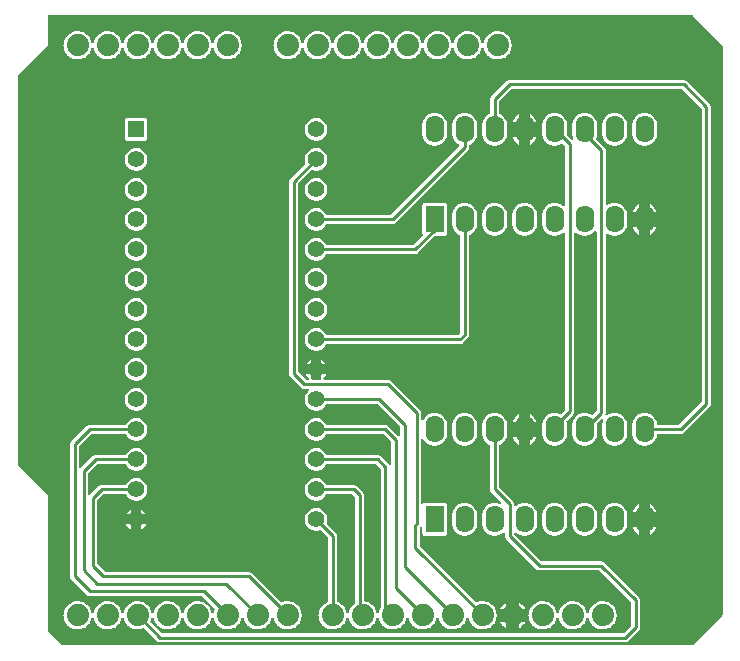
<source format=gtl>
G04 Layer: TopLayer*
G04 EasyEDA v6.5.47, 2024-10-06 10:48:52*
G04 7f18c47773b3442c901778b5daae8bd2,c2b9568e21e3459f90af4e12abca8b04,10*
G04 Gerber Generator version 0.2*
G04 Scale: 100 percent, Rotated: No, Reflected: No *
G04 Dimensions in millimeters *
G04 leading zeros omitted , absolute positions ,4 integer and 5 decimal *
%FSLAX45Y45*%
%MOMM*%

%ADD10C,0.2540*%
%ADD11R,1.3970X1.3970*%
%ADD12C,1.3970*%
%ADD13C,1.8796*%
%ADD14R,1.5748X2.2860*%
%ADD15O,1.5748X2.286*%
%ADD16O,0.0172X2.286*%

%LPD*%
G36*
X4093819Y-7035292D02*
G01*
X4089908Y-7034530D01*
X4086656Y-7032294D01*
X3965905Y-6911543D01*
X3963670Y-6908292D01*
X3962908Y-6904380D01*
X3962908Y-5767019D01*
X3962044Y-5764733D01*
X3711905Y-5514543D01*
X3709670Y-5511292D01*
X3708908Y-5507380D01*
X3708908Y-2214219D01*
X3709670Y-2210308D01*
X3711905Y-2207056D01*
X3961892Y-1957019D01*
X3962908Y-1954784D01*
X3962908Y-1712468D01*
X3963670Y-1708556D01*
X3965905Y-1705305D01*
X3969156Y-1703070D01*
X3973068Y-1702307D01*
X9418980Y-1702307D01*
X9422892Y-1703070D01*
X9426143Y-1705305D01*
X9673894Y-1953056D01*
X9676130Y-1956307D01*
X9676892Y-1960219D01*
X9676892Y-6777380D01*
X9676130Y-6781292D01*
X9673894Y-6784543D01*
X9426143Y-7032294D01*
X9422892Y-7034530D01*
X9418980Y-7035292D01*
G37*

%LPC*%
G36*
X4915408Y-7010908D02*
G01*
X8851392Y-7010908D01*
X8859418Y-7010095D01*
X8866632Y-7007910D01*
X8873337Y-7004354D01*
X8879535Y-6999224D01*
X8967724Y-6911035D01*
X8972854Y-6904837D01*
X8976410Y-6898131D01*
X8978595Y-6890918D01*
X8979408Y-6882892D01*
X8979408Y-6655308D01*
X8978595Y-6647281D01*
X8976410Y-6640068D01*
X8972854Y-6633362D01*
X8967724Y-6627164D01*
X8676335Y-6335776D01*
X8670137Y-6330645D01*
X8663432Y-6327089D01*
X8656218Y-6324904D01*
X8648192Y-6324092D01*
X8148218Y-6324092D01*
X8144306Y-6323330D01*
X8141004Y-6321094D01*
X7915605Y-6095695D01*
X7913370Y-6092393D01*
X7912608Y-6088329D01*
X7913319Y-6084519D01*
X7915452Y-6081318D01*
X7918551Y-6079083D01*
X7922310Y-6078169D01*
X7926120Y-6078728D01*
X7929473Y-6080709D01*
X7937296Y-6087567D01*
X7948675Y-6095187D01*
X7960969Y-6101232D01*
X7973923Y-6105601D01*
X7987334Y-6108293D01*
X8001000Y-6109208D01*
X8014665Y-6108293D01*
X8028076Y-6105601D01*
X8041030Y-6101232D01*
X8053324Y-6095187D01*
X8064703Y-6087567D01*
X8074964Y-6078524D01*
X8084007Y-6068263D01*
X8091627Y-6056884D01*
X8097672Y-6044590D01*
X8102041Y-6031636D01*
X8104733Y-6018225D01*
X8105648Y-6004204D01*
X8105648Y-5933795D01*
X8104733Y-5919774D01*
X8102041Y-5906363D01*
X8097672Y-5893409D01*
X8091627Y-5881116D01*
X8084007Y-5869736D01*
X8074964Y-5859475D01*
X8064703Y-5850432D01*
X8053324Y-5842812D01*
X8041030Y-5836767D01*
X8028076Y-5832398D01*
X8014665Y-5829706D01*
X8001000Y-5828792D01*
X7987334Y-5829706D01*
X7973923Y-5832398D01*
X7960969Y-5836767D01*
X7948675Y-5842812D01*
X7937296Y-5850432D01*
X7929473Y-5857290D01*
X7926120Y-5859272D01*
X7922310Y-5859830D01*
X7918551Y-5858916D01*
X7915452Y-5856681D01*
X7913319Y-5853480D01*
X7912608Y-5849670D01*
X7912608Y-5842508D01*
X7911795Y-5834481D01*
X7909610Y-5827268D01*
X7906054Y-5820562D01*
X7900924Y-5814364D01*
X7788605Y-5701995D01*
X7786370Y-5698693D01*
X7785608Y-5694781D01*
X7785608Y-5346242D01*
X7786319Y-5342585D01*
X7788300Y-5339384D01*
X7791297Y-5337149D01*
X7799324Y-5333187D01*
X7810703Y-5325567D01*
X7820964Y-5316524D01*
X7830007Y-5306263D01*
X7837627Y-5294884D01*
X7843672Y-5282590D01*
X7848041Y-5269636D01*
X7850733Y-5256225D01*
X7851648Y-5242204D01*
X7851648Y-5171795D01*
X7850733Y-5157774D01*
X7848041Y-5144363D01*
X7843672Y-5131409D01*
X7837627Y-5119116D01*
X7830007Y-5107736D01*
X7820964Y-5097475D01*
X7810703Y-5088432D01*
X7799324Y-5080812D01*
X7787030Y-5074767D01*
X7774076Y-5070398D01*
X7760665Y-5067706D01*
X7747000Y-5066792D01*
X7733334Y-5067706D01*
X7719923Y-5070398D01*
X7706969Y-5074767D01*
X7694675Y-5080812D01*
X7683296Y-5088432D01*
X7673035Y-5097475D01*
X7663992Y-5107736D01*
X7656372Y-5119116D01*
X7650327Y-5131409D01*
X7645958Y-5144363D01*
X7643266Y-5157774D01*
X7642352Y-5171795D01*
X7642352Y-5242204D01*
X7643266Y-5256225D01*
X7645958Y-5269636D01*
X7650327Y-5282590D01*
X7656372Y-5294884D01*
X7663992Y-5306263D01*
X7673035Y-5316524D01*
X7683296Y-5325567D01*
X7694675Y-5333187D01*
X7702702Y-5337149D01*
X7705699Y-5339384D01*
X7707680Y-5342585D01*
X7708392Y-5346242D01*
X7708392Y-5714492D01*
X7709204Y-5722518D01*
X7711389Y-5729732D01*
X7714945Y-5736437D01*
X7720075Y-5742635D01*
X7797292Y-5819902D01*
X7799730Y-5823712D01*
X7800238Y-5828182D01*
X7798765Y-5832449D01*
X7795564Y-5835650D01*
X7791348Y-5837174D01*
X7786878Y-5836716D01*
X7774076Y-5832398D01*
X7760665Y-5829706D01*
X7747000Y-5828792D01*
X7733334Y-5829706D01*
X7719923Y-5832398D01*
X7706969Y-5836767D01*
X7694675Y-5842812D01*
X7683296Y-5850432D01*
X7673035Y-5859475D01*
X7663992Y-5869736D01*
X7656372Y-5881116D01*
X7650327Y-5893409D01*
X7645958Y-5906363D01*
X7643266Y-5919774D01*
X7642352Y-5933795D01*
X7642352Y-6004204D01*
X7643266Y-6018225D01*
X7645958Y-6031636D01*
X7650327Y-6044590D01*
X7656372Y-6056884D01*
X7663992Y-6068263D01*
X7673035Y-6078524D01*
X7683296Y-6087567D01*
X7694675Y-6095187D01*
X7706969Y-6101232D01*
X7719923Y-6105601D01*
X7733334Y-6108293D01*
X7747000Y-6109208D01*
X7760665Y-6108293D01*
X7774076Y-6105601D01*
X7787030Y-6101232D01*
X7799324Y-6095187D01*
X7810703Y-6087567D01*
X7818526Y-6080709D01*
X7821879Y-6078728D01*
X7825689Y-6078169D01*
X7829448Y-6079083D01*
X7832547Y-6081318D01*
X7834680Y-6084519D01*
X7835392Y-6088329D01*
X7835392Y-6108192D01*
X7836204Y-6116218D01*
X7838389Y-6123432D01*
X7841945Y-6130137D01*
X7847075Y-6136335D01*
X8100364Y-6389624D01*
X8106562Y-6394754D01*
X8113268Y-6398310D01*
X8120481Y-6400495D01*
X8128508Y-6401308D01*
X8628481Y-6401308D01*
X8632393Y-6402070D01*
X8635695Y-6404305D01*
X8899194Y-6667804D01*
X8901430Y-6671106D01*
X8902192Y-6675018D01*
X8902192Y-6863181D01*
X8901430Y-6867093D01*
X8899194Y-6870395D01*
X8838895Y-6930694D01*
X8835593Y-6932930D01*
X8831681Y-6933692D01*
X4935118Y-6933692D01*
X4931206Y-6932930D01*
X4927904Y-6930694D01*
X4836820Y-6839610D01*
X4834636Y-6836359D01*
X4833823Y-6832600D01*
X4834534Y-6828739D01*
X4838649Y-6818122D01*
X4841544Y-6806438D01*
X4843221Y-6802932D01*
X4846116Y-6800240D01*
X4849774Y-6798919D01*
X4853686Y-6799021D01*
X4857242Y-6800596D01*
X4859985Y-6803440D01*
X4861407Y-6807047D01*
X4862169Y-6811060D01*
X4866640Y-6825081D01*
X4872786Y-6838492D01*
X4880559Y-6851040D01*
X4889804Y-6862572D01*
X4900422Y-6872833D01*
X4912207Y-6881723D01*
X4924958Y-6889089D01*
X4938572Y-6894830D01*
X4952746Y-6898894D01*
X4967325Y-6901180D01*
X4982108Y-6901637D01*
X4996789Y-6900265D01*
X5011216Y-6897116D01*
X5025136Y-6892188D01*
X5038344Y-6885584D01*
X5050637Y-6877456D01*
X5061864Y-6867855D01*
X5071770Y-6856933D01*
X5080304Y-6844893D01*
X5087315Y-6831888D01*
X5092649Y-6818122D01*
X5095544Y-6806438D01*
X5097221Y-6802932D01*
X5100116Y-6800240D01*
X5103774Y-6798919D01*
X5107686Y-6799021D01*
X5111242Y-6800596D01*
X5113985Y-6803440D01*
X5115407Y-6807047D01*
X5116169Y-6811060D01*
X5120640Y-6825081D01*
X5126786Y-6838492D01*
X5134559Y-6851040D01*
X5143804Y-6862572D01*
X5154422Y-6872833D01*
X5166207Y-6881723D01*
X5178958Y-6889089D01*
X5192572Y-6894830D01*
X5206746Y-6898894D01*
X5221325Y-6901180D01*
X5236108Y-6901637D01*
X5250789Y-6900265D01*
X5265216Y-6897116D01*
X5279136Y-6892188D01*
X5292344Y-6885584D01*
X5304637Y-6877456D01*
X5315864Y-6867855D01*
X5325770Y-6856933D01*
X5334304Y-6844893D01*
X5341315Y-6831888D01*
X5346649Y-6818122D01*
X5349544Y-6806438D01*
X5351221Y-6802932D01*
X5354116Y-6800240D01*
X5357774Y-6798919D01*
X5361686Y-6799021D01*
X5365242Y-6800596D01*
X5367985Y-6803440D01*
X5369407Y-6807047D01*
X5370169Y-6811060D01*
X5374640Y-6825081D01*
X5380786Y-6838492D01*
X5388559Y-6851040D01*
X5397804Y-6862572D01*
X5408422Y-6872833D01*
X5420207Y-6881723D01*
X5432958Y-6889089D01*
X5446572Y-6894830D01*
X5460746Y-6898894D01*
X5475325Y-6901180D01*
X5490108Y-6901637D01*
X5504789Y-6900265D01*
X5519216Y-6897116D01*
X5533136Y-6892188D01*
X5546344Y-6885584D01*
X5558637Y-6877456D01*
X5569864Y-6867855D01*
X5579770Y-6856933D01*
X5588304Y-6844893D01*
X5595315Y-6831888D01*
X5600649Y-6818122D01*
X5603544Y-6806438D01*
X5605221Y-6802932D01*
X5608116Y-6800240D01*
X5611774Y-6798919D01*
X5615686Y-6799021D01*
X5619242Y-6800596D01*
X5621985Y-6803440D01*
X5623407Y-6807047D01*
X5624169Y-6811060D01*
X5628640Y-6825081D01*
X5634786Y-6838492D01*
X5642559Y-6851040D01*
X5651804Y-6862572D01*
X5662422Y-6872833D01*
X5674207Y-6881723D01*
X5686958Y-6889089D01*
X5700572Y-6894830D01*
X5714746Y-6898894D01*
X5729325Y-6901180D01*
X5744108Y-6901637D01*
X5758789Y-6900265D01*
X5773216Y-6897116D01*
X5787136Y-6892188D01*
X5800344Y-6885584D01*
X5812637Y-6877456D01*
X5823864Y-6867855D01*
X5833770Y-6856933D01*
X5842304Y-6844893D01*
X5849315Y-6831888D01*
X5854649Y-6818122D01*
X5857544Y-6806438D01*
X5859221Y-6802932D01*
X5862116Y-6800240D01*
X5865774Y-6798919D01*
X5869686Y-6799021D01*
X5873242Y-6800596D01*
X5875985Y-6803440D01*
X5877407Y-6807047D01*
X5878169Y-6811060D01*
X5882640Y-6825081D01*
X5888786Y-6838492D01*
X5896559Y-6851040D01*
X5905804Y-6862572D01*
X5916422Y-6872833D01*
X5928207Y-6881723D01*
X5940958Y-6889089D01*
X5954572Y-6894830D01*
X5968746Y-6898894D01*
X5983325Y-6901180D01*
X5998108Y-6901637D01*
X6012789Y-6900265D01*
X6027216Y-6897116D01*
X6041136Y-6892188D01*
X6054344Y-6885584D01*
X6066637Y-6877456D01*
X6077864Y-6867855D01*
X6087770Y-6856933D01*
X6096304Y-6844893D01*
X6103315Y-6831888D01*
X6108649Y-6818122D01*
X6112205Y-6803847D01*
X6114034Y-6789166D01*
X6114034Y-6774434D01*
X6112205Y-6759752D01*
X6108649Y-6745478D01*
X6103315Y-6731711D01*
X6096304Y-6718706D01*
X6087770Y-6706666D01*
X6077864Y-6695744D01*
X6066637Y-6686143D01*
X6054344Y-6678015D01*
X6041136Y-6671411D01*
X6027216Y-6666484D01*
X6012789Y-6663334D01*
X5998108Y-6662013D01*
X5983325Y-6662420D01*
X5968746Y-6664706D01*
X5954572Y-6668770D01*
X5947765Y-6671614D01*
X5943854Y-6672427D01*
X5939942Y-6671665D01*
X5936640Y-6669430D01*
X5691835Y-6424676D01*
X5685637Y-6419545D01*
X5678932Y-6415989D01*
X5671718Y-6413804D01*
X5663692Y-6412992D01*
X4452518Y-6412992D01*
X4448606Y-6412230D01*
X4445304Y-6409994D01*
X4385005Y-6349695D01*
X4382770Y-6346393D01*
X4382008Y-6342481D01*
X4382008Y-5811418D01*
X4382770Y-5807506D01*
X4385005Y-5804204D01*
X4432604Y-5756605D01*
X4435906Y-5754370D01*
X4439818Y-5753608D01*
X4617669Y-5753608D01*
X4621072Y-5754217D01*
X4624070Y-5755894D01*
X4626356Y-5758484D01*
X4633468Y-5770219D01*
X4641748Y-5780328D01*
X4651298Y-5789269D01*
X4661966Y-5796788D01*
X4673549Y-5802833D01*
X4685893Y-5807202D01*
X4698644Y-5809843D01*
X4711700Y-5810758D01*
X4724755Y-5809843D01*
X4737506Y-5807202D01*
X4749850Y-5802833D01*
X4761433Y-5796788D01*
X4772101Y-5789269D01*
X4781651Y-5780328D01*
X4789932Y-5770219D01*
X4796688Y-5759043D01*
X4801920Y-5747054D01*
X4805426Y-5734456D01*
X4807204Y-5721553D01*
X4807204Y-5708446D01*
X4805426Y-5695543D01*
X4801920Y-5682945D01*
X4796688Y-5670956D01*
X4789932Y-5659780D01*
X4781651Y-5649671D01*
X4772101Y-5640730D01*
X4761433Y-5633212D01*
X4749850Y-5627166D01*
X4737506Y-5622798D01*
X4724755Y-5620156D01*
X4711700Y-5619242D01*
X4698644Y-5620156D01*
X4685893Y-5622798D01*
X4673549Y-5627166D01*
X4661966Y-5633212D01*
X4651298Y-5640730D01*
X4641748Y-5649671D01*
X4633468Y-5659780D01*
X4626356Y-5671515D01*
X4624070Y-5674106D01*
X4621072Y-5675782D01*
X4617669Y-5676392D01*
X4420108Y-5676392D01*
X4412081Y-5677204D01*
X4404868Y-5679389D01*
X4398162Y-5682945D01*
X4391964Y-5688076D01*
X4323130Y-5756859D01*
X4319879Y-5759043D01*
X4315968Y-5759805D01*
X4312056Y-5759043D01*
X4308805Y-5756859D01*
X4306570Y-5753557D01*
X4305808Y-5749645D01*
X4305808Y-5582818D01*
X4306570Y-5578906D01*
X4308805Y-5575604D01*
X4381804Y-5502605D01*
X4385106Y-5500370D01*
X4389018Y-5499608D01*
X4617669Y-5499608D01*
X4621072Y-5500217D01*
X4624070Y-5501894D01*
X4626356Y-5504484D01*
X4633468Y-5516219D01*
X4641748Y-5526328D01*
X4651298Y-5535269D01*
X4661966Y-5542788D01*
X4673549Y-5548833D01*
X4685893Y-5553202D01*
X4698644Y-5555843D01*
X4711700Y-5556758D01*
X4724755Y-5555843D01*
X4737506Y-5553202D01*
X4749850Y-5548833D01*
X4761433Y-5542788D01*
X4772101Y-5535269D01*
X4781651Y-5526328D01*
X4789932Y-5516219D01*
X4796688Y-5505043D01*
X4801920Y-5493054D01*
X4805426Y-5480456D01*
X4807204Y-5467553D01*
X4807204Y-5454446D01*
X4805426Y-5441543D01*
X4801920Y-5428945D01*
X4796688Y-5416956D01*
X4789932Y-5405780D01*
X4781651Y-5395671D01*
X4772101Y-5386730D01*
X4761433Y-5379212D01*
X4749850Y-5373166D01*
X4737506Y-5368798D01*
X4724755Y-5366156D01*
X4711700Y-5365242D01*
X4698644Y-5366156D01*
X4685893Y-5368798D01*
X4673549Y-5373166D01*
X4661966Y-5379212D01*
X4651298Y-5386730D01*
X4641748Y-5395671D01*
X4633468Y-5405780D01*
X4626356Y-5417515D01*
X4624070Y-5420106D01*
X4621072Y-5421782D01*
X4617669Y-5422392D01*
X4369308Y-5422392D01*
X4361281Y-5423204D01*
X4354068Y-5425389D01*
X4347362Y-5428945D01*
X4341164Y-5434076D01*
X4246930Y-5528259D01*
X4243679Y-5530443D01*
X4239768Y-5531205D01*
X4235856Y-5530443D01*
X4232605Y-5528259D01*
X4230370Y-5524957D01*
X4229608Y-5521045D01*
X4229608Y-5354218D01*
X4230370Y-5350306D01*
X4232605Y-5347004D01*
X4331004Y-5248605D01*
X4334306Y-5246370D01*
X4338218Y-5245608D01*
X4617669Y-5245608D01*
X4621072Y-5246217D01*
X4624070Y-5247894D01*
X4626356Y-5250484D01*
X4633468Y-5262219D01*
X4641748Y-5272328D01*
X4651298Y-5281269D01*
X4661966Y-5288788D01*
X4673549Y-5294833D01*
X4685893Y-5299202D01*
X4698644Y-5301843D01*
X4711700Y-5302758D01*
X4724755Y-5301843D01*
X4737506Y-5299202D01*
X4749850Y-5294833D01*
X4761433Y-5288788D01*
X4772101Y-5281269D01*
X4781651Y-5272328D01*
X4789932Y-5262219D01*
X4796688Y-5251043D01*
X4801920Y-5239054D01*
X4805426Y-5226456D01*
X4807204Y-5213553D01*
X4807204Y-5200446D01*
X4805426Y-5187543D01*
X4801920Y-5174945D01*
X4796688Y-5162956D01*
X4789932Y-5151780D01*
X4781651Y-5141671D01*
X4772101Y-5132730D01*
X4761433Y-5125212D01*
X4749850Y-5119166D01*
X4737506Y-5114798D01*
X4724755Y-5112156D01*
X4711700Y-5111242D01*
X4698644Y-5112156D01*
X4685893Y-5114798D01*
X4673549Y-5119166D01*
X4661966Y-5125212D01*
X4651298Y-5132730D01*
X4641748Y-5141671D01*
X4633468Y-5151780D01*
X4626356Y-5163515D01*
X4624070Y-5166106D01*
X4621072Y-5167782D01*
X4617669Y-5168392D01*
X4318508Y-5168392D01*
X4310481Y-5169204D01*
X4303268Y-5171389D01*
X4296562Y-5174945D01*
X4290364Y-5180076D01*
X4164076Y-5306364D01*
X4158945Y-5312562D01*
X4155389Y-5319268D01*
X4153204Y-5326481D01*
X4152392Y-5334508D01*
X4152392Y-6451092D01*
X4153204Y-6459118D01*
X4155389Y-6466332D01*
X4158945Y-6473037D01*
X4164076Y-6479235D01*
X4290364Y-6605524D01*
X4296562Y-6610654D01*
X4303268Y-6614210D01*
X4310481Y-6616395D01*
X4318508Y-6617208D01*
X5262981Y-6617208D01*
X5266893Y-6617970D01*
X5270195Y-6620205D01*
X5373979Y-6723989D01*
X5376265Y-6727393D01*
X5376976Y-6731457D01*
X5376062Y-6735419D01*
X5374640Y-6738518D01*
X5370169Y-6752539D01*
X5369407Y-6756552D01*
X5367985Y-6760159D01*
X5365242Y-6763003D01*
X5361686Y-6764578D01*
X5357774Y-6764680D01*
X5354116Y-6763359D01*
X5351221Y-6760667D01*
X5349544Y-6757162D01*
X5346649Y-6745478D01*
X5341315Y-6731711D01*
X5334304Y-6718706D01*
X5325770Y-6706666D01*
X5315864Y-6695744D01*
X5304637Y-6686143D01*
X5292344Y-6678015D01*
X5279136Y-6671411D01*
X5265216Y-6666484D01*
X5250789Y-6663334D01*
X5236108Y-6662013D01*
X5221325Y-6662420D01*
X5206746Y-6664706D01*
X5192572Y-6668770D01*
X5178958Y-6674510D01*
X5166207Y-6681876D01*
X5154422Y-6690766D01*
X5143804Y-6701028D01*
X5134559Y-6712559D01*
X5126786Y-6725107D01*
X5120640Y-6738518D01*
X5116169Y-6752539D01*
X5115407Y-6756552D01*
X5113985Y-6760159D01*
X5111242Y-6763003D01*
X5107686Y-6764578D01*
X5103774Y-6764680D01*
X5100116Y-6763359D01*
X5097221Y-6760667D01*
X5095544Y-6757162D01*
X5092649Y-6745478D01*
X5087315Y-6731711D01*
X5080304Y-6718706D01*
X5071770Y-6706666D01*
X5061864Y-6695744D01*
X5050637Y-6686143D01*
X5038344Y-6678015D01*
X5025136Y-6671411D01*
X5011216Y-6666484D01*
X4996789Y-6663334D01*
X4982108Y-6662013D01*
X4967325Y-6662420D01*
X4952746Y-6664706D01*
X4938572Y-6668770D01*
X4924958Y-6674510D01*
X4912207Y-6681876D01*
X4900422Y-6690766D01*
X4889804Y-6701028D01*
X4880559Y-6712559D01*
X4872786Y-6725107D01*
X4866640Y-6738518D01*
X4862169Y-6752539D01*
X4861407Y-6756552D01*
X4859985Y-6760159D01*
X4857242Y-6763003D01*
X4853686Y-6764578D01*
X4849774Y-6764680D01*
X4846116Y-6763359D01*
X4843221Y-6760667D01*
X4841544Y-6757162D01*
X4838649Y-6745478D01*
X4833315Y-6731711D01*
X4826304Y-6718706D01*
X4817770Y-6706666D01*
X4807864Y-6695744D01*
X4796637Y-6686143D01*
X4784344Y-6678015D01*
X4771136Y-6671411D01*
X4757216Y-6666484D01*
X4742789Y-6663334D01*
X4728108Y-6662013D01*
X4713325Y-6662420D01*
X4698746Y-6664706D01*
X4684572Y-6668770D01*
X4670958Y-6674510D01*
X4658207Y-6681876D01*
X4646422Y-6690766D01*
X4635804Y-6701028D01*
X4626559Y-6712559D01*
X4618786Y-6725107D01*
X4612640Y-6738518D01*
X4608169Y-6752539D01*
X4607407Y-6756552D01*
X4605985Y-6760159D01*
X4603242Y-6763003D01*
X4599686Y-6764578D01*
X4595774Y-6764680D01*
X4592116Y-6763359D01*
X4589221Y-6760667D01*
X4587544Y-6757162D01*
X4584649Y-6745478D01*
X4579315Y-6731711D01*
X4572304Y-6718706D01*
X4563770Y-6706666D01*
X4553864Y-6695744D01*
X4542637Y-6686143D01*
X4530344Y-6678015D01*
X4517136Y-6671411D01*
X4503216Y-6666484D01*
X4488789Y-6663334D01*
X4474108Y-6662013D01*
X4459325Y-6662420D01*
X4444746Y-6664706D01*
X4430572Y-6668770D01*
X4416958Y-6674510D01*
X4404207Y-6681876D01*
X4392422Y-6690766D01*
X4381804Y-6701028D01*
X4372559Y-6712559D01*
X4364786Y-6725107D01*
X4358640Y-6738518D01*
X4354169Y-6752539D01*
X4353407Y-6756552D01*
X4351985Y-6760159D01*
X4349242Y-6763003D01*
X4345686Y-6764578D01*
X4341774Y-6764680D01*
X4338116Y-6763359D01*
X4335221Y-6760667D01*
X4333544Y-6757162D01*
X4330649Y-6745478D01*
X4325315Y-6731711D01*
X4318304Y-6718706D01*
X4309770Y-6706666D01*
X4299864Y-6695744D01*
X4288637Y-6686143D01*
X4276344Y-6678015D01*
X4263136Y-6671411D01*
X4249216Y-6666484D01*
X4234789Y-6663334D01*
X4220108Y-6662013D01*
X4205325Y-6662420D01*
X4190746Y-6664706D01*
X4176572Y-6668770D01*
X4162958Y-6674510D01*
X4150207Y-6681876D01*
X4138422Y-6690766D01*
X4127804Y-6701028D01*
X4118559Y-6712559D01*
X4110786Y-6725107D01*
X4104640Y-6738518D01*
X4100169Y-6752539D01*
X4097426Y-6767068D01*
X4096512Y-6781800D01*
X4097426Y-6796531D01*
X4100169Y-6811060D01*
X4104640Y-6825081D01*
X4110786Y-6838492D01*
X4118559Y-6851040D01*
X4127804Y-6862572D01*
X4138422Y-6872833D01*
X4150207Y-6881723D01*
X4162958Y-6889089D01*
X4176572Y-6894830D01*
X4190746Y-6898894D01*
X4205325Y-6901180D01*
X4220108Y-6901637D01*
X4234789Y-6900265D01*
X4249216Y-6897116D01*
X4263136Y-6892188D01*
X4276344Y-6885584D01*
X4288637Y-6877456D01*
X4299864Y-6867855D01*
X4309770Y-6856933D01*
X4318304Y-6844893D01*
X4325315Y-6831888D01*
X4330649Y-6818122D01*
X4333544Y-6806438D01*
X4335221Y-6802932D01*
X4338116Y-6800240D01*
X4341774Y-6798919D01*
X4345686Y-6799021D01*
X4349242Y-6800596D01*
X4351985Y-6803440D01*
X4353407Y-6807047D01*
X4354169Y-6811060D01*
X4358640Y-6825081D01*
X4364786Y-6838492D01*
X4372559Y-6851040D01*
X4381804Y-6862572D01*
X4392422Y-6872833D01*
X4404207Y-6881723D01*
X4416958Y-6889089D01*
X4430572Y-6894830D01*
X4444746Y-6898894D01*
X4459325Y-6901180D01*
X4474108Y-6901637D01*
X4488789Y-6900265D01*
X4503216Y-6897116D01*
X4517136Y-6892188D01*
X4530344Y-6885584D01*
X4542637Y-6877456D01*
X4553864Y-6867855D01*
X4563770Y-6856933D01*
X4572304Y-6844893D01*
X4579315Y-6831888D01*
X4584649Y-6818122D01*
X4587544Y-6806438D01*
X4589221Y-6802932D01*
X4592116Y-6800240D01*
X4595774Y-6798919D01*
X4599686Y-6799021D01*
X4603242Y-6800596D01*
X4605985Y-6803440D01*
X4607407Y-6807047D01*
X4608169Y-6811060D01*
X4612640Y-6825081D01*
X4618786Y-6838492D01*
X4626559Y-6851040D01*
X4635804Y-6862572D01*
X4646422Y-6872833D01*
X4658207Y-6881723D01*
X4670958Y-6889089D01*
X4684572Y-6894830D01*
X4698746Y-6898894D01*
X4713325Y-6901180D01*
X4728108Y-6901637D01*
X4742789Y-6900265D01*
X4757216Y-6897116D01*
X4771796Y-6891934D01*
X4775504Y-6891375D01*
X4779213Y-6892188D01*
X4782362Y-6894322D01*
X4887264Y-6999224D01*
X4893462Y-7004354D01*
X4900168Y-7007910D01*
X4907381Y-7010095D01*
G37*
G36*
X8157108Y-6901637D02*
G01*
X8171789Y-6900265D01*
X8186216Y-6897116D01*
X8200136Y-6892188D01*
X8213344Y-6885584D01*
X8225637Y-6877456D01*
X8236864Y-6867855D01*
X8246770Y-6856933D01*
X8255304Y-6844893D01*
X8262315Y-6831888D01*
X8267649Y-6818122D01*
X8270544Y-6806438D01*
X8272221Y-6802932D01*
X8275116Y-6800240D01*
X8278774Y-6798919D01*
X8282686Y-6799021D01*
X8286242Y-6800596D01*
X8288985Y-6803440D01*
X8290407Y-6807047D01*
X8291169Y-6811060D01*
X8295640Y-6825081D01*
X8301786Y-6838492D01*
X8309559Y-6851040D01*
X8318804Y-6862572D01*
X8329422Y-6872833D01*
X8341207Y-6881723D01*
X8353958Y-6889089D01*
X8367572Y-6894830D01*
X8381746Y-6898894D01*
X8396325Y-6901180D01*
X8411108Y-6901637D01*
X8425789Y-6900265D01*
X8440216Y-6897116D01*
X8454136Y-6892188D01*
X8467344Y-6885584D01*
X8479637Y-6877456D01*
X8490864Y-6867855D01*
X8500770Y-6856933D01*
X8509304Y-6844893D01*
X8516315Y-6831888D01*
X8521649Y-6818122D01*
X8524544Y-6806438D01*
X8526221Y-6802932D01*
X8529116Y-6800240D01*
X8532774Y-6798919D01*
X8536686Y-6799021D01*
X8540242Y-6800596D01*
X8542985Y-6803440D01*
X8544407Y-6807047D01*
X8545169Y-6811060D01*
X8549640Y-6825081D01*
X8555786Y-6838492D01*
X8563559Y-6851040D01*
X8572804Y-6862572D01*
X8583422Y-6872833D01*
X8595207Y-6881723D01*
X8607958Y-6889089D01*
X8621572Y-6894830D01*
X8635746Y-6898894D01*
X8650325Y-6901180D01*
X8665108Y-6901637D01*
X8679789Y-6900265D01*
X8694216Y-6897116D01*
X8708136Y-6892188D01*
X8721344Y-6885584D01*
X8733637Y-6877456D01*
X8744864Y-6867855D01*
X8754770Y-6856933D01*
X8763304Y-6844893D01*
X8770315Y-6831888D01*
X8775649Y-6818122D01*
X8779205Y-6803847D01*
X8781034Y-6789166D01*
X8781034Y-6774434D01*
X8779205Y-6759752D01*
X8775649Y-6745478D01*
X8770315Y-6731711D01*
X8763304Y-6718706D01*
X8754770Y-6706666D01*
X8744864Y-6695744D01*
X8733637Y-6686143D01*
X8721344Y-6678015D01*
X8708136Y-6671411D01*
X8694216Y-6666484D01*
X8679789Y-6663334D01*
X8665108Y-6662013D01*
X8650325Y-6662420D01*
X8635746Y-6664706D01*
X8621572Y-6668770D01*
X8607958Y-6674510D01*
X8595207Y-6681876D01*
X8583422Y-6690766D01*
X8572804Y-6701028D01*
X8563559Y-6712559D01*
X8555786Y-6725107D01*
X8549640Y-6738518D01*
X8545169Y-6752539D01*
X8544407Y-6756552D01*
X8542985Y-6760159D01*
X8540242Y-6763003D01*
X8536686Y-6764578D01*
X8532774Y-6764680D01*
X8529116Y-6763359D01*
X8526221Y-6760667D01*
X8524544Y-6757162D01*
X8521649Y-6745478D01*
X8516315Y-6731711D01*
X8509304Y-6718706D01*
X8500770Y-6706666D01*
X8490864Y-6695744D01*
X8479637Y-6686143D01*
X8467344Y-6678015D01*
X8454136Y-6671411D01*
X8440216Y-6666484D01*
X8425789Y-6663334D01*
X8411108Y-6662013D01*
X8396325Y-6662420D01*
X8381746Y-6664706D01*
X8367572Y-6668770D01*
X8353958Y-6674510D01*
X8341207Y-6681876D01*
X8329422Y-6690766D01*
X8318804Y-6701028D01*
X8309559Y-6712559D01*
X8301786Y-6725107D01*
X8295640Y-6738518D01*
X8291169Y-6752539D01*
X8290407Y-6756552D01*
X8288985Y-6760159D01*
X8286242Y-6763003D01*
X8282686Y-6764578D01*
X8278774Y-6764680D01*
X8275116Y-6763359D01*
X8272221Y-6760667D01*
X8270544Y-6757162D01*
X8267649Y-6745478D01*
X8262315Y-6731711D01*
X8255304Y-6718706D01*
X8246770Y-6706666D01*
X8236864Y-6695744D01*
X8225637Y-6686143D01*
X8213344Y-6678015D01*
X8200136Y-6671411D01*
X8186216Y-6666484D01*
X8171789Y-6663334D01*
X8157108Y-6662013D01*
X8142325Y-6662420D01*
X8127746Y-6664706D01*
X8113572Y-6668770D01*
X8099958Y-6674510D01*
X8087207Y-6681876D01*
X8075422Y-6690766D01*
X8064804Y-6701028D01*
X8055559Y-6712559D01*
X8047786Y-6725107D01*
X8041640Y-6738518D01*
X8037169Y-6752539D01*
X8034426Y-6767068D01*
X8033512Y-6781800D01*
X8034426Y-6796531D01*
X8037169Y-6811060D01*
X8041640Y-6825081D01*
X8047786Y-6838492D01*
X8055559Y-6851040D01*
X8064804Y-6862572D01*
X8075422Y-6872833D01*
X8087207Y-6881723D01*
X8099958Y-6889089D01*
X8113572Y-6894830D01*
X8127746Y-6898894D01*
X8142325Y-6901180D01*
G37*
G36*
X6379108Y-6901637D02*
G01*
X6393789Y-6900265D01*
X6408216Y-6897116D01*
X6422136Y-6892188D01*
X6435344Y-6885584D01*
X6447637Y-6877456D01*
X6458864Y-6867855D01*
X6468770Y-6856933D01*
X6477304Y-6844893D01*
X6484315Y-6831888D01*
X6489649Y-6818122D01*
X6492544Y-6806438D01*
X6494221Y-6802932D01*
X6497116Y-6800240D01*
X6500774Y-6798919D01*
X6504685Y-6799021D01*
X6508242Y-6800596D01*
X6510985Y-6803440D01*
X6512407Y-6807047D01*
X6513169Y-6811060D01*
X6517640Y-6825081D01*
X6523786Y-6838492D01*
X6531559Y-6851040D01*
X6540804Y-6862572D01*
X6551422Y-6872833D01*
X6563207Y-6881723D01*
X6575958Y-6889089D01*
X6589572Y-6894830D01*
X6603746Y-6898894D01*
X6618325Y-6901180D01*
X6633108Y-6901637D01*
X6647789Y-6900265D01*
X6662216Y-6897116D01*
X6676136Y-6892188D01*
X6689344Y-6885584D01*
X6701637Y-6877456D01*
X6712864Y-6867855D01*
X6722770Y-6856933D01*
X6731304Y-6844893D01*
X6738315Y-6831888D01*
X6743649Y-6818122D01*
X6746544Y-6806438D01*
X6748221Y-6802932D01*
X6751116Y-6800240D01*
X6754774Y-6798919D01*
X6758686Y-6799021D01*
X6762242Y-6800596D01*
X6764985Y-6803440D01*
X6766407Y-6807047D01*
X6767169Y-6811060D01*
X6771640Y-6825081D01*
X6777786Y-6838492D01*
X6785559Y-6851040D01*
X6794804Y-6862572D01*
X6805422Y-6872833D01*
X6817207Y-6881723D01*
X6829958Y-6889089D01*
X6843572Y-6894830D01*
X6857746Y-6898894D01*
X6872325Y-6901180D01*
X6887108Y-6901637D01*
X6901789Y-6900265D01*
X6916216Y-6897116D01*
X6930136Y-6892188D01*
X6943344Y-6885584D01*
X6955637Y-6877456D01*
X6966864Y-6867855D01*
X6976770Y-6856933D01*
X6985304Y-6844893D01*
X6992315Y-6831888D01*
X6997649Y-6818122D01*
X7000544Y-6806438D01*
X7002221Y-6802932D01*
X7005116Y-6800240D01*
X7008774Y-6798919D01*
X7012686Y-6799021D01*
X7016242Y-6800596D01*
X7018985Y-6803440D01*
X7020407Y-6807047D01*
X7021169Y-6811060D01*
X7025640Y-6825081D01*
X7031786Y-6838492D01*
X7039559Y-6851040D01*
X7048804Y-6862572D01*
X7059422Y-6872833D01*
X7071207Y-6881723D01*
X7083958Y-6889089D01*
X7097572Y-6894830D01*
X7111746Y-6898894D01*
X7126325Y-6901180D01*
X7141108Y-6901637D01*
X7155789Y-6900265D01*
X7170216Y-6897116D01*
X7184136Y-6892188D01*
X7197344Y-6885584D01*
X7209637Y-6877456D01*
X7220864Y-6867855D01*
X7230770Y-6856933D01*
X7239304Y-6844893D01*
X7246315Y-6831888D01*
X7251649Y-6818122D01*
X7254544Y-6806438D01*
X7256221Y-6802932D01*
X7259116Y-6800240D01*
X7262774Y-6798919D01*
X7266686Y-6799021D01*
X7270242Y-6800596D01*
X7272985Y-6803440D01*
X7274407Y-6807047D01*
X7275169Y-6811060D01*
X7279640Y-6825081D01*
X7285786Y-6838492D01*
X7293559Y-6851040D01*
X7302804Y-6862572D01*
X7313422Y-6872833D01*
X7325207Y-6881723D01*
X7337958Y-6889089D01*
X7351572Y-6894830D01*
X7365746Y-6898894D01*
X7380325Y-6901180D01*
X7395108Y-6901637D01*
X7409789Y-6900265D01*
X7424216Y-6897116D01*
X7438136Y-6892188D01*
X7451344Y-6885584D01*
X7463637Y-6877456D01*
X7474864Y-6867855D01*
X7484770Y-6856933D01*
X7493304Y-6844893D01*
X7500315Y-6831888D01*
X7505649Y-6818122D01*
X7508544Y-6806438D01*
X7510221Y-6802932D01*
X7513116Y-6800240D01*
X7516774Y-6798919D01*
X7520686Y-6799021D01*
X7524242Y-6800596D01*
X7526985Y-6803440D01*
X7528407Y-6807047D01*
X7529169Y-6811060D01*
X7533640Y-6825081D01*
X7539786Y-6838492D01*
X7547559Y-6851040D01*
X7556804Y-6862572D01*
X7567422Y-6872833D01*
X7579207Y-6881723D01*
X7591958Y-6889089D01*
X7605572Y-6894830D01*
X7619746Y-6898894D01*
X7634325Y-6901180D01*
X7649108Y-6901637D01*
X7663789Y-6900265D01*
X7678216Y-6897116D01*
X7692136Y-6892188D01*
X7705344Y-6885584D01*
X7717637Y-6877456D01*
X7728864Y-6867855D01*
X7738770Y-6856933D01*
X7747304Y-6844893D01*
X7754315Y-6831888D01*
X7759649Y-6818122D01*
X7763205Y-6803847D01*
X7765034Y-6789166D01*
X7765034Y-6774434D01*
X7763205Y-6759752D01*
X7759649Y-6745478D01*
X7754315Y-6731711D01*
X7747304Y-6718706D01*
X7738770Y-6706666D01*
X7728864Y-6695744D01*
X7717637Y-6686143D01*
X7705344Y-6678015D01*
X7692136Y-6671411D01*
X7678216Y-6666484D01*
X7663789Y-6663334D01*
X7649108Y-6662013D01*
X7634325Y-6662420D01*
X7619746Y-6664706D01*
X7605572Y-6668770D01*
X7598765Y-6671614D01*
X7594853Y-6672427D01*
X7590942Y-6671665D01*
X7587640Y-6669430D01*
X7115505Y-6197295D01*
X7113270Y-6193993D01*
X7112508Y-6190081D01*
X7112508Y-6039662D01*
X7113117Y-6036208D01*
X7114794Y-6033211D01*
X7116318Y-6031331D01*
X7119569Y-6028740D01*
X7123531Y-6027674D01*
X7127595Y-6028232D01*
X7131151Y-6030366D01*
X7133539Y-6033770D01*
X7134352Y-6037783D01*
X7134352Y-6082741D01*
X7135063Y-6089040D01*
X7136993Y-6094526D01*
X7140041Y-6099403D01*
X7144156Y-6103518D01*
X7149033Y-6106566D01*
X7154519Y-6108496D01*
X7160818Y-6109208D01*
X7317181Y-6109208D01*
X7323480Y-6108496D01*
X7328966Y-6106566D01*
X7333843Y-6103518D01*
X7337958Y-6099403D01*
X7341006Y-6094526D01*
X7342936Y-6089040D01*
X7343648Y-6082741D01*
X7343648Y-5855258D01*
X7342936Y-5848959D01*
X7341006Y-5843473D01*
X7337958Y-5838596D01*
X7333843Y-5834481D01*
X7328966Y-5831433D01*
X7323480Y-5829503D01*
X7317181Y-5828792D01*
X7160818Y-5828792D01*
X7154519Y-5829503D01*
X7149033Y-5831433D01*
X7144156Y-5834481D01*
X7142530Y-5836107D01*
X7139279Y-5838291D01*
X7135368Y-5839053D01*
X7131456Y-5838291D01*
X7128205Y-5836107D01*
X7125970Y-5832805D01*
X7125208Y-5828893D01*
X7125208Y-5291429D01*
X7126224Y-5287060D01*
X7129018Y-5283504D01*
X7133081Y-5281523D01*
X7137552Y-5281523D01*
X7141616Y-5283454D01*
X7144461Y-5286959D01*
X7148372Y-5294884D01*
X7155992Y-5306263D01*
X7165035Y-5316524D01*
X7175296Y-5325567D01*
X7186675Y-5333187D01*
X7198969Y-5339232D01*
X7211923Y-5343601D01*
X7225334Y-5346293D01*
X7239000Y-5347208D01*
X7252665Y-5346293D01*
X7266076Y-5343601D01*
X7279030Y-5339232D01*
X7291324Y-5333187D01*
X7302703Y-5325567D01*
X7312964Y-5316524D01*
X7322007Y-5306263D01*
X7329627Y-5294884D01*
X7335672Y-5282590D01*
X7340041Y-5269636D01*
X7342733Y-5256225D01*
X7343648Y-5242204D01*
X7343648Y-5171795D01*
X7342733Y-5157774D01*
X7340041Y-5144363D01*
X7335672Y-5131409D01*
X7329627Y-5119116D01*
X7322007Y-5107736D01*
X7312964Y-5097475D01*
X7302703Y-5088432D01*
X7291324Y-5080812D01*
X7279030Y-5074767D01*
X7266076Y-5070398D01*
X7252665Y-5067706D01*
X7239000Y-5066792D01*
X7225334Y-5067706D01*
X7211923Y-5070398D01*
X7198969Y-5074767D01*
X7186675Y-5080812D01*
X7175296Y-5088432D01*
X7165035Y-5097475D01*
X7155992Y-5107736D01*
X7148372Y-5119116D01*
X7144461Y-5127040D01*
X7141616Y-5130546D01*
X7137552Y-5132476D01*
X7133081Y-5132476D01*
X7129018Y-5130495D01*
X7126224Y-5126939D01*
X7125208Y-5122570D01*
X7125208Y-5067808D01*
X7124395Y-5059781D01*
X7122210Y-5052568D01*
X7118654Y-5045862D01*
X7113524Y-5039664D01*
X6872935Y-4799076D01*
X6866737Y-4793945D01*
X6860031Y-4790389D01*
X6852818Y-4788204D01*
X6844792Y-4787392D01*
X6306769Y-4787392D01*
X6302806Y-4786579D01*
X6299504Y-4784344D01*
X6297320Y-4780940D01*
X6296609Y-4776978D01*
X6297472Y-4773066D01*
X6299809Y-4769815D01*
X6305651Y-4764328D01*
X6313932Y-4754219D01*
X6320688Y-4743043D01*
X6321907Y-4740300D01*
X6277000Y-4740300D01*
X6277000Y-4777232D01*
X6276187Y-4781143D01*
X6274003Y-4784394D01*
X6270701Y-4786630D01*
X6266840Y-4787392D01*
X6204610Y-4787392D01*
X6200698Y-4786630D01*
X6197396Y-4784394D01*
X6195212Y-4781143D01*
X6194450Y-4777232D01*
X6194450Y-4740300D01*
X6149492Y-4740300D01*
X6150711Y-4743043D01*
X6157468Y-4754219D01*
X6165748Y-4764328D01*
X6171590Y-4769815D01*
X6173927Y-4773066D01*
X6174790Y-4776978D01*
X6174079Y-4780940D01*
X6171895Y-4784344D01*
X6168593Y-4786579D01*
X6164630Y-4787392D01*
X6154318Y-4787392D01*
X6150406Y-4786630D01*
X6147104Y-4784394D01*
X6086805Y-4724095D01*
X6084570Y-4720793D01*
X6083808Y-4716881D01*
X6083808Y-3131718D01*
X6084570Y-3127806D01*
X6086805Y-3124504D01*
X6196634Y-3014624D01*
X6199784Y-3012490D01*
X6203492Y-3011678D01*
X6207252Y-3012236D01*
X6209893Y-3013202D01*
X6222644Y-3015843D01*
X6235700Y-3016758D01*
X6248755Y-3015843D01*
X6261506Y-3013202D01*
X6273850Y-3008833D01*
X6285433Y-3002788D01*
X6296101Y-2995269D01*
X6305651Y-2986328D01*
X6313932Y-2976219D01*
X6320688Y-2965043D01*
X6325920Y-2953054D01*
X6329426Y-2940456D01*
X6331204Y-2927553D01*
X6331204Y-2914446D01*
X6329426Y-2901543D01*
X6325920Y-2888945D01*
X6320688Y-2876956D01*
X6313932Y-2865780D01*
X6305651Y-2855671D01*
X6296101Y-2846730D01*
X6285433Y-2839212D01*
X6273850Y-2833166D01*
X6261506Y-2828798D01*
X6248755Y-2826156D01*
X6235700Y-2825242D01*
X6222644Y-2826156D01*
X6209893Y-2828798D01*
X6197549Y-2833166D01*
X6185966Y-2839212D01*
X6175298Y-2846730D01*
X6165748Y-2855671D01*
X6157468Y-2865780D01*
X6150711Y-2876956D01*
X6145479Y-2888945D01*
X6141974Y-2901543D01*
X6140196Y-2914446D01*
X6140196Y-2927553D01*
X6141974Y-2940456D01*
X6144666Y-2950108D01*
X6145022Y-2953664D01*
X6144107Y-2957118D01*
X6142075Y-2960014D01*
X6018276Y-3083864D01*
X6013145Y-3090062D01*
X6009589Y-3096768D01*
X6007404Y-3103981D01*
X6006592Y-3112008D01*
X6006592Y-4736592D01*
X6007404Y-4744618D01*
X6009589Y-4751832D01*
X6013145Y-4758537D01*
X6018276Y-4764735D01*
X6106464Y-4852924D01*
X6112662Y-4858054D01*
X6119368Y-4861610D01*
X6126581Y-4863795D01*
X6134608Y-4864608D01*
X6164630Y-4864608D01*
X6168593Y-4865420D01*
X6171895Y-4867656D01*
X6174079Y-4871059D01*
X6174790Y-4875022D01*
X6173927Y-4878933D01*
X6171590Y-4882184D01*
X6165748Y-4887671D01*
X6157468Y-4897780D01*
X6150711Y-4908956D01*
X6145479Y-4920945D01*
X6141974Y-4933543D01*
X6140196Y-4946446D01*
X6140196Y-4959553D01*
X6141974Y-4972456D01*
X6145479Y-4985054D01*
X6150711Y-4997043D01*
X6157468Y-5008219D01*
X6165748Y-5018328D01*
X6175298Y-5027269D01*
X6185966Y-5034788D01*
X6197549Y-5040833D01*
X6209893Y-5045202D01*
X6222644Y-5047843D01*
X6235700Y-5048758D01*
X6248755Y-5047843D01*
X6261506Y-5045202D01*
X6273850Y-5040833D01*
X6285433Y-5034788D01*
X6296101Y-5027269D01*
X6305651Y-5018328D01*
X6313932Y-5008219D01*
X6321044Y-4996484D01*
X6323330Y-4993894D01*
X6326327Y-4992217D01*
X6329730Y-4991608D01*
X6748881Y-4991608D01*
X6752793Y-4992370D01*
X6756095Y-4994605D01*
X6943394Y-5181904D01*
X6945630Y-5185206D01*
X6946392Y-5189118D01*
X6946392Y-5254345D01*
X6945630Y-5258257D01*
X6943394Y-5261559D01*
X6940143Y-5263743D01*
X6936231Y-5264505D01*
X6932320Y-5263743D01*
X6929069Y-5261559D01*
X6847535Y-5180076D01*
X6841337Y-5174945D01*
X6834631Y-5171389D01*
X6827418Y-5169204D01*
X6819392Y-5168392D01*
X6329730Y-5168392D01*
X6326327Y-5167782D01*
X6323330Y-5166106D01*
X6321044Y-5163515D01*
X6313932Y-5151780D01*
X6305651Y-5141671D01*
X6296101Y-5132730D01*
X6285433Y-5125212D01*
X6273850Y-5119166D01*
X6261506Y-5114798D01*
X6248755Y-5112156D01*
X6235700Y-5111242D01*
X6222644Y-5112156D01*
X6209893Y-5114798D01*
X6197549Y-5119166D01*
X6185966Y-5125212D01*
X6175298Y-5132730D01*
X6165748Y-5141671D01*
X6157468Y-5151780D01*
X6150711Y-5162956D01*
X6145479Y-5174945D01*
X6141974Y-5187543D01*
X6140196Y-5200446D01*
X6140196Y-5213553D01*
X6141974Y-5226456D01*
X6145479Y-5239054D01*
X6150711Y-5251043D01*
X6157468Y-5262219D01*
X6165748Y-5272328D01*
X6175298Y-5281269D01*
X6185966Y-5288788D01*
X6197549Y-5294833D01*
X6209893Y-5299202D01*
X6222644Y-5301843D01*
X6235700Y-5302758D01*
X6248755Y-5301843D01*
X6261506Y-5299202D01*
X6273850Y-5294833D01*
X6285433Y-5288788D01*
X6296101Y-5281269D01*
X6305651Y-5272328D01*
X6313932Y-5262219D01*
X6321044Y-5250484D01*
X6323330Y-5247894D01*
X6326327Y-5246217D01*
X6329730Y-5245608D01*
X6799681Y-5245608D01*
X6803593Y-5246370D01*
X6806895Y-5248605D01*
X6867194Y-5308904D01*
X6869430Y-5312206D01*
X6870192Y-5316118D01*
X6870192Y-5496915D01*
X6869379Y-5500928D01*
X6866991Y-5504332D01*
X6863435Y-5506466D01*
X6859371Y-5507024D01*
X6855409Y-5505958D01*
X6852158Y-5503367D01*
X6846824Y-5496864D01*
X6784035Y-5434076D01*
X6777837Y-5428945D01*
X6771131Y-5425389D01*
X6763918Y-5423204D01*
X6755892Y-5422392D01*
X6329730Y-5422392D01*
X6326327Y-5421782D01*
X6323330Y-5420106D01*
X6321044Y-5417515D01*
X6313932Y-5405780D01*
X6305651Y-5395671D01*
X6296101Y-5386730D01*
X6285433Y-5379212D01*
X6273850Y-5373166D01*
X6261506Y-5368798D01*
X6248755Y-5366156D01*
X6235700Y-5365242D01*
X6222644Y-5366156D01*
X6209893Y-5368798D01*
X6197549Y-5373166D01*
X6185966Y-5379212D01*
X6175298Y-5386730D01*
X6165748Y-5395671D01*
X6157468Y-5405780D01*
X6150711Y-5416956D01*
X6145479Y-5428945D01*
X6141974Y-5441543D01*
X6140196Y-5454446D01*
X6140196Y-5467553D01*
X6141974Y-5480456D01*
X6145479Y-5493054D01*
X6150711Y-5505043D01*
X6157468Y-5516219D01*
X6165748Y-5526328D01*
X6175298Y-5535269D01*
X6185966Y-5542788D01*
X6197549Y-5548833D01*
X6209893Y-5553202D01*
X6222644Y-5555843D01*
X6235700Y-5556758D01*
X6248755Y-5555843D01*
X6261506Y-5553202D01*
X6273850Y-5548833D01*
X6285433Y-5542788D01*
X6296101Y-5535269D01*
X6305651Y-5526328D01*
X6313932Y-5516219D01*
X6321044Y-5504484D01*
X6323330Y-5501894D01*
X6326327Y-5500217D01*
X6329730Y-5499608D01*
X6736181Y-5499608D01*
X6740093Y-5500370D01*
X6743395Y-5502605D01*
X6778294Y-5537504D01*
X6780530Y-5540806D01*
X6781292Y-5544718D01*
X6781292Y-6716572D01*
X6780885Y-6719316D01*
X6779768Y-6721906D01*
X6777786Y-6725107D01*
X6771640Y-6738518D01*
X6767169Y-6752539D01*
X6766407Y-6756552D01*
X6764985Y-6760159D01*
X6762242Y-6763003D01*
X6758686Y-6764578D01*
X6754774Y-6764680D01*
X6751116Y-6763359D01*
X6748221Y-6760667D01*
X6746544Y-6757162D01*
X6743649Y-6745478D01*
X6738315Y-6731711D01*
X6731304Y-6718706D01*
X6722770Y-6706666D01*
X6712864Y-6695744D01*
X6701637Y-6686143D01*
X6689344Y-6678015D01*
X6676136Y-6671411D01*
X6662216Y-6666484D01*
X6650583Y-6663944D01*
X6647434Y-6662674D01*
X6644843Y-6660388D01*
X6643166Y-6657441D01*
X6642608Y-6654038D01*
X6642608Y-5766308D01*
X6641795Y-5758281D01*
X6639610Y-5751068D01*
X6636054Y-5744362D01*
X6630924Y-5738164D01*
X6580835Y-5688076D01*
X6574637Y-5682945D01*
X6567931Y-5679389D01*
X6560718Y-5677204D01*
X6552692Y-5676392D01*
X6329730Y-5676392D01*
X6326327Y-5675782D01*
X6323330Y-5674106D01*
X6321044Y-5671515D01*
X6313932Y-5659780D01*
X6305651Y-5649671D01*
X6296101Y-5640730D01*
X6285433Y-5633212D01*
X6273850Y-5627166D01*
X6261506Y-5622798D01*
X6248755Y-5620156D01*
X6235700Y-5619242D01*
X6222644Y-5620156D01*
X6209893Y-5622798D01*
X6197549Y-5627166D01*
X6185966Y-5633212D01*
X6175298Y-5640730D01*
X6165748Y-5649671D01*
X6157468Y-5659780D01*
X6150711Y-5670956D01*
X6145479Y-5682945D01*
X6141974Y-5695543D01*
X6140196Y-5708446D01*
X6140196Y-5721553D01*
X6141974Y-5734456D01*
X6145479Y-5747054D01*
X6150711Y-5759043D01*
X6157468Y-5770219D01*
X6165748Y-5780328D01*
X6175298Y-5789269D01*
X6185966Y-5796788D01*
X6197549Y-5802833D01*
X6209893Y-5807202D01*
X6222644Y-5809843D01*
X6235700Y-5810758D01*
X6248755Y-5809843D01*
X6261506Y-5807202D01*
X6273850Y-5802833D01*
X6285433Y-5796788D01*
X6296101Y-5789269D01*
X6305651Y-5780328D01*
X6313932Y-5770219D01*
X6321044Y-5758484D01*
X6323330Y-5755894D01*
X6326327Y-5754217D01*
X6329730Y-5753608D01*
X6532981Y-5753608D01*
X6536893Y-5754370D01*
X6540195Y-5756605D01*
X6562394Y-5778804D01*
X6564630Y-5782106D01*
X6565392Y-5786018D01*
X6565392Y-6675170D01*
X6564934Y-6678218D01*
X6563512Y-6681012D01*
X6561378Y-6683248D01*
X6551422Y-6690766D01*
X6540804Y-6701028D01*
X6531559Y-6712559D01*
X6523786Y-6725107D01*
X6517640Y-6738518D01*
X6513169Y-6752539D01*
X6512407Y-6756552D01*
X6510985Y-6760159D01*
X6508242Y-6763003D01*
X6504685Y-6764578D01*
X6500774Y-6764680D01*
X6497116Y-6763359D01*
X6494221Y-6760667D01*
X6492544Y-6757162D01*
X6489649Y-6745478D01*
X6484315Y-6731711D01*
X6477304Y-6718706D01*
X6468770Y-6706666D01*
X6458864Y-6695744D01*
X6447637Y-6686143D01*
X6435344Y-6678015D01*
X6417259Y-6668820D01*
X6414871Y-6665417D01*
X6414008Y-6661353D01*
X6414008Y-6109208D01*
X6413195Y-6101181D01*
X6411010Y-6093968D01*
X6407454Y-6087262D01*
X6402324Y-6081064D01*
X6329324Y-6008014D01*
X6327292Y-6005118D01*
X6326378Y-6001664D01*
X6326733Y-5998108D01*
X6329426Y-5988456D01*
X6331204Y-5975553D01*
X6331204Y-5962446D01*
X6329426Y-5949543D01*
X6325920Y-5936945D01*
X6320688Y-5924956D01*
X6313932Y-5913780D01*
X6305651Y-5903671D01*
X6296101Y-5894730D01*
X6285433Y-5887212D01*
X6273850Y-5881166D01*
X6261506Y-5876798D01*
X6248755Y-5874156D01*
X6235700Y-5873242D01*
X6222644Y-5874156D01*
X6209893Y-5876798D01*
X6197549Y-5881166D01*
X6185966Y-5887212D01*
X6175298Y-5894730D01*
X6165748Y-5903671D01*
X6157468Y-5913780D01*
X6150711Y-5924956D01*
X6145479Y-5936945D01*
X6141974Y-5949543D01*
X6140196Y-5962446D01*
X6140196Y-5975553D01*
X6141974Y-5988456D01*
X6145479Y-6001054D01*
X6150711Y-6013043D01*
X6157468Y-6024219D01*
X6165748Y-6034328D01*
X6175298Y-6043269D01*
X6185966Y-6050788D01*
X6197549Y-6056833D01*
X6209893Y-6061202D01*
X6222644Y-6063843D01*
X6235700Y-6064758D01*
X6248755Y-6063843D01*
X6261506Y-6061202D01*
X6264148Y-6060236D01*
X6267907Y-6059678D01*
X6271615Y-6060490D01*
X6274765Y-6062624D01*
X6333794Y-6121704D01*
X6336030Y-6125006D01*
X6336792Y-6128918D01*
X6336792Y-6661505D01*
X6336030Y-6665366D01*
X6333845Y-6668617D01*
X6330594Y-6670852D01*
X6321958Y-6674510D01*
X6309207Y-6681876D01*
X6297422Y-6690766D01*
X6286804Y-6701028D01*
X6277559Y-6712559D01*
X6269786Y-6725107D01*
X6263640Y-6738518D01*
X6259169Y-6752539D01*
X6256426Y-6767068D01*
X6255512Y-6781800D01*
X6256426Y-6796531D01*
X6259169Y-6811060D01*
X6263640Y-6825081D01*
X6269786Y-6838492D01*
X6277559Y-6851040D01*
X6286804Y-6862572D01*
X6297422Y-6872833D01*
X6309207Y-6881723D01*
X6321958Y-6889089D01*
X6335572Y-6894830D01*
X6349746Y-6898894D01*
X6364325Y-6901180D01*
G37*
G36*
X7846059Y-6889140D02*
G01*
X7846059Y-6835140D01*
X7792262Y-6835140D01*
X7793786Y-6838492D01*
X7801559Y-6851040D01*
X7810804Y-6862572D01*
X7821422Y-6872833D01*
X7833207Y-6881723D01*
G37*
G36*
X7952740Y-6888886D02*
G01*
X7959344Y-6885584D01*
X7971637Y-6877456D01*
X7982864Y-6867855D01*
X7992770Y-6856933D01*
X8001304Y-6844893D01*
X8006537Y-6835140D01*
X7952740Y-6835140D01*
G37*
G36*
X7952740Y-6728459D02*
G01*
X8006537Y-6728459D01*
X8001304Y-6718706D01*
X7992770Y-6706666D01*
X7982864Y-6695744D01*
X7971637Y-6686143D01*
X7959344Y-6678015D01*
X7952740Y-6674713D01*
G37*
G36*
X7792262Y-6728459D02*
G01*
X7846059Y-6728459D01*
X7846059Y-6674459D01*
X7833207Y-6681876D01*
X7821422Y-6690766D01*
X7810804Y-6701028D01*
X7801559Y-6712559D01*
X7793786Y-6725107D01*
G37*
G36*
X8509000Y-6109208D02*
G01*
X8522665Y-6108293D01*
X8536076Y-6105601D01*
X8549030Y-6101232D01*
X8561324Y-6095187D01*
X8572703Y-6087567D01*
X8582964Y-6078524D01*
X8592007Y-6068263D01*
X8599627Y-6056884D01*
X8605672Y-6044590D01*
X8610041Y-6031636D01*
X8612733Y-6018225D01*
X8613648Y-6004204D01*
X8613648Y-5933795D01*
X8612733Y-5919774D01*
X8610041Y-5906363D01*
X8605672Y-5893409D01*
X8599627Y-5881116D01*
X8592007Y-5869736D01*
X8582964Y-5859475D01*
X8572703Y-5850432D01*
X8561324Y-5842812D01*
X8549030Y-5836767D01*
X8536076Y-5832398D01*
X8522665Y-5829706D01*
X8509000Y-5828792D01*
X8495334Y-5829706D01*
X8481923Y-5832398D01*
X8468969Y-5836767D01*
X8456676Y-5842812D01*
X8445296Y-5850432D01*
X8435035Y-5859475D01*
X8425992Y-5869736D01*
X8418372Y-5881116D01*
X8412327Y-5893409D01*
X8407958Y-5906363D01*
X8405266Y-5919774D01*
X8404352Y-5933795D01*
X8404352Y-6004204D01*
X8405266Y-6018225D01*
X8407958Y-6031636D01*
X8412327Y-6044590D01*
X8418372Y-6056884D01*
X8425992Y-6068263D01*
X8435035Y-6078524D01*
X8445296Y-6087567D01*
X8456676Y-6095187D01*
X8468969Y-6101232D01*
X8481923Y-6105601D01*
X8495334Y-6108293D01*
G37*
G36*
X8255000Y-6109208D02*
G01*
X8268665Y-6108293D01*
X8282076Y-6105601D01*
X8295030Y-6101232D01*
X8307324Y-6095187D01*
X8318703Y-6087567D01*
X8328964Y-6078524D01*
X8338007Y-6068263D01*
X8345627Y-6056884D01*
X8351672Y-6044590D01*
X8356041Y-6031636D01*
X8358733Y-6018225D01*
X8359648Y-6004204D01*
X8359648Y-5933795D01*
X8358733Y-5919774D01*
X8356041Y-5906363D01*
X8351672Y-5893409D01*
X8345627Y-5881116D01*
X8338007Y-5869736D01*
X8328964Y-5859475D01*
X8318703Y-5850432D01*
X8307324Y-5842812D01*
X8295030Y-5836767D01*
X8282076Y-5832398D01*
X8268665Y-5829706D01*
X8255000Y-5828792D01*
X8241334Y-5829706D01*
X8227923Y-5832398D01*
X8214969Y-5836767D01*
X8202675Y-5842812D01*
X8191296Y-5850432D01*
X8181035Y-5859475D01*
X8171992Y-5869736D01*
X8164372Y-5881116D01*
X8158327Y-5893409D01*
X8153958Y-5906363D01*
X8151266Y-5919774D01*
X8150352Y-5933795D01*
X8150352Y-6004204D01*
X8151266Y-6018225D01*
X8153958Y-6031636D01*
X8158327Y-6044590D01*
X8164372Y-6056884D01*
X8171992Y-6068263D01*
X8181035Y-6078524D01*
X8191296Y-6087567D01*
X8202675Y-6095187D01*
X8214969Y-6101232D01*
X8227923Y-6105601D01*
X8241334Y-6108293D01*
G37*
G36*
X7493000Y-6109208D02*
G01*
X7506665Y-6108293D01*
X7520076Y-6105601D01*
X7533030Y-6101232D01*
X7545324Y-6095187D01*
X7556703Y-6087567D01*
X7566964Y-6078524D01*
X7576007Y-6068263D01*
X7583627Y-6056884D01*
X7589672Y-6044590D01*
X7594041Y-6031636D01*
X7596733Y-6018225D01*
X7597648Y-6004204D01*
X7597648Y-5933795D01*
X7596733Y-5919774D01*
X7594041Y-5906363D01*
X7589672Y-5893409D01*
X7583627Y-5881116D01*
X7576007Y-5869736D01*
X7566964Y-5859475D01*
X7556703Y-5850432D01*
X7545324Y-5842812D01*
X7533030Y-5836767D01*
X7520076Y-5832398D01*
X7506665Y-5829706D01*
X7493000Y-5828792D01*
X7479334Y-5829706D01*
X7465923Y-5832398D01*
X7452969Y-5836767D01*
X7440675Y-5842812D01*
X7429296Y-5850432D01*
X7419035Y-5859475D01*
X7409992Y-5869736D01*
X7402372Y-5881116D01*
X7396327Y-5893409D01*
X7391958Y-5906363D01*
X7389266Y-5919774D01*
X7388352Y-5933795D01*
X7388352Y-6004204D01*
X7389266Y-6018225D01*
X7391958Y-6031636D01*
X7396327Y-6044590D01*
X7402372Y-6056884D01*
X7409992Y-6068263D01*
X7419035Y-6078524D01*
X7429296Y-6087567D01*
X7440675Y-6095187D01*
X7452969Y-6101232D01*
X7465923Y-6105601D01*
X7479334Y-6108293D01*
G37*
G36*
X8763000Y-6109208D02*
G01*
X8776665Y-6108293D01*
X8790076Y-6105601D01*
X8803030Y-6101232D01*
X8815324Y-6095187D01*
X8826703Y-6087567D01*
X8836964Y-6078524D01*
X8846007Y-6068263D01*
X8853627Y-6056884D01*
X8859672Y-6044590D01*
X8864041Y-6031636D01*
X8866733Y-6018225D01*
X8867648Y-6004204D01*
X8867648Y-5933795D01*
X8866733Y-5919774D01*
X8864041Y-5906363D01*
X8859672Y-5893409D01*
X8853627Y-5881116D01*
X8846007Y-5869736D01*
X8836964Y-5859475D01*
X8826703Y-5850432D01*
X8815324Y-5842812D01*
X8803030Y-5836767D01*
X8790076Y-5832398D01*
X8776665Y-5829706D01*
X8763000Y-5828792D01*
X8749334Y-5829706D01*
X8735923Y-5832398D01*
X8722969Y-5836767D01*
X8710676Y-5842812D01*
X8699296Y-5850432D01*
X8689035Y-5859475D01*
X8679992Y-5869736D01*
X8672372Y-5881116D01*
X8666327Y-5893409D01*
X8661958Y-5906363D01*
X8659266Y-5919774D01*
X8658352Y-5933795D01*
X8658352Y-6004204D01*
X8659266Y-6018225D01*
X8661958Y-6031636D01*
X8666327Y-6044590D01*
X8672372Y-6056884D01*
X8679992Y-6068263D01*
X8689035Y-6078524D01*
X8699296Y-6087567D01*
X8710676Y-6095187D01*
X8722969Y-6101232D01*
X8735923Y-6105601D01*
X8749334Y-6108293D01*
G37*
G36*
X9062720Y-6098438D02*
G01*
X9069324Y-6095187D01*
X9080703Y-6087567D01*
X9090964Y-6078524D01*
X9100007Y-6068263D01*
X9107627Y-6056884D01*
X9113672Y-6044590D01*
X9117787Y-6032500D01*
X9062720Y-6032500D01*
G37*
G36*
X8971280Y-6098438D02*
G01*
X8971280Y-6032500D01*
X8916212Y-6032500D01*
X8920327Y-6044590D01*
X8926372Y-6056884D01*
X8933992Y-6068263D01*
X8943035Y-6078524D01*
X8953296Y-6087567D01*
X8964676Y-6095187D01*
G37*
G36*
X4753000Y-6055207D02*
G01*
X4761433Y-6050788D01*
X4772101Y-6043269D01*
X4781651Y-6034328D01*
X4789932Y-6024219D01*
X4796688Y-6013043D01*
X4797907Y-6010300D01*
X4753000Y-6010300D01*
G37*
G36*
X4670450Y-6055207D02*
G01*
X4670450Y-6010300D01*
X4625492Y-6010300D01*
X4626711Y-6013043D01*
X4633468Y-6024219D01*
X4641748Y-6034328D01*
X4651298Y-6043269D01*
X4661966Y-6050788D01*
G37*
G36*
X4753000Y-5927750D02*
G01*
X4797907Y-5927750D01*
X4796688Y-5924956D01*
X4789932Y-5913780D01*
X4781651Y-5903671D01*
X4772101Y-5894730D01*
X4761433Y-5887212D01*
X4753000Y-5882792D01*
G37*
G36*
X4625492Y-5927750D02*
G01*
X4670450Y-5927750D01*
X4670450Y-5882792D01*
X4661966Y-5887212D01*
X4651298Y-5894730D01*
X4641748Y-5903671D01*
X4633468Y-5913780D01*
X4626711Y-5924956D01*
G37*
G36*
X9062720Y-5905500D02*
G01*
X9117787Y-5905500D01*
X9113672Y-5893409D01*
X9107627Y-5881116D01*
X9100007Y-5869736D01*
X9090964Y-5859475D01*
X9080703Y-5850432D01*
X9069324Y-5842812D01*
X9062720Y-5839561D01*
G37*
G36*
X8916212Y-5905500D02*
G01*
X8971280Y-5905500D01*
X8971280Y-5839561D01*
X8964676Y-5842812D01*
X8953296Y-5850432D01*
X8943035Y-5859475D01*
X8933992Y-5869736D01*
X8926372Y-5881116D01*
X8920327Y-5893409D01*
G37*
G36*
X7493000Y-5347208D02*
G01*
X7506665Y-5346293D01*
X7520076Y-5343601D01*
X7533030Y-5339232D01*
X7545324Y-5333187D01*
X7556703Y-5325567D01*
X7566964Y-5316524D01*
X7576007Y-5306263D01*
X7583627Y-5294884D01*
X7589672Y-5282590D01*
X7594041Y-5269636D01*
X7596733Y-5256225D01*
X7597648Y-5242204D01*
X7597648Y-5171795D01*
X7596733Y-5157774D01*
X7594041Y-5144363D01*
X7589672Y-5131409D01*
X7583627Y-5119116D01*
X7576007Y-5107736D01*
X7566964Y-5097475D01*
X7556703Y-5088432D01*
X7545324Y-5080812D01*
X7533030Y-5074767D01*
X7520076Y-5070398D01*
X7506665Y-5067706D01*
X7493000Y-5066792D01*
X7479334Y-5067706D01*
X7465923Y-5070398D01*
X7452969Y-5074767D01*
X7440675Y-5080812D01*
X7429296Y-5088432D01*
X7419035Y-5097475D01*
X7409992Y-5107736D01*
X7402372Y-5119116D01*
X7396327Y-5131409D01*
X7391958Y-5144363D01*
X7389266Y-5157774D01*
X7388352Y-5171795D01*
X7388352Y-5242204D01*
X7389266Y-5256225D01*
X7391958Y-5269636D01*
X7396327Y-5282590D01*
X7402372Y-5294884D01*
X7409992Y-5306263D01*
X7419035Y-5316524D01*
X7429296Y-5325567D01*
X7440675Y-5333187D01*
X7452969Y-5339232D01*
X7465923Y-5343601D01*
X7479334Y-5346293D01*
G37*
G36*
X8255000Y-5347208D02*
G01*
X8268665Y-5346293D01*
X8282076Y-5343601D01*
X8295030Y-5339232D01*
X8307324Y-5333187D01*
X8318703Y-5325567D01*
X8328964Y-5316524D01*
X8338007Y-5306263D01*
X8345627Y-5294884D01*
X8351672Y-5282590D01*
X8356041Y-5269636D01*
X8358733Y-5256225D01*
X8359648Y-5242204D01*
X8359648Y-5171795D01*
X8358733Y-5157774D01*
X8355228Y-5139740D01*
X8356092Y-5136083D01*
X8358174Y-5132984D01*
X8408924Y-5082235D01*
X8414054Y-5076037D01*
X8417610Y-5069332D01*
X8419795Y-5062118D01*
X8420608Y-5054092D01*
X8420608Y-3548329D01*
X8421319Y-3544519D01*
X8423452Y-3541318D01*
X8426551Y-3539083D01*
X8430310Y-3538169D01*
X8434120Y-3538728D01*
X8437473Y-3540709D01*
X8445296Y-3547567D01*
X8456676Y-3555187D01*
X8468969Y-3561232D01*
X8481923Y-3565601D01*
X8495334Y-3568293D01*
X8509000Y-3569208D01*
X8522665Y-3568293D01*
X8536076Y-3565601D01*
X8549030Y-3561232D01*
X8561324Y-3555187D01*
X8572703Y-3547567D01*
X8582964Y-3538524D01*
X8592312Y-3527907D01*
X8595563Y-3525469D01*
X8599474Y-3524453D01*
X8603488Y-3525113D01*
X8606942Y-3527298D01*
X8609279Y-3530650D01*
X8610092Y-3534613D01*
X8610092Y-5047081D01*
X8609330Y-5050993D01*
X8607094Y-5054295D01*
X8578748Y-5082641D01*
X8575903Y-5084673D01*
X8572550Y-5085588D01*
X8569096Y-5085334D01*
X8565946Y-5083911D01*
X8561324Y-5080812D01*
X8549030Y-5074767D01*
X8536076Y-5070398D01*
X8522665Y-5067706D01*
X8509000Y-5066792D01*
X8495334Y-5067706D01*
X8481923Y-5070398D01*
X8468969Y-5074767D01*
X8456676Y-5080812D01*
X8445296Y-5088432D01*
X8435035Y-5097475D01*
X8425992Y-5107736D01*
X8418372Y-5119116D01*
X8412327Y-5131409D01*
X8407958Y-5144363D01*
X8405266Y-5157774D01*
X8404352Y-5171795D01*
X8404352Y-5242204D01*
X8405266Y-5256225D01*
X8407958Y-5269636D01*
X8412327Y-5282590D01*
X8418372Y-5294884D01*
X8425992Y-5306263D01*
X8435035Y-5316524D01*
X8445296Y-5325567D01*
X8456676Y-5333187D01*
X8468969Y-5339232D01*
X8481923Y-5343601D01*
X8495334Y-5346293D01*
X8509000Y-5347208D01*
X8522665Y-5346293D01*
X8536076Y-5343601D01*
X8549030Y-5339232D01*
X8561324Y-5333187D01*
X8572703Y-5325567D01*
X8582964Y-5316524D01*
X8592007Y-5306263D01*
X8599627Y-5294884D01*
X8605672Y-5282590D01*
X8610041Y-5269636D01*
X8612733Y-5256225D01*
X8613648Y-5242204D01*
X8613648Y-5171795D01*
X8613038Y-5162448D01*
X8613648Y-5158232D01*
X8615984Y-5154625D01*
X8649462Y-5121148D01*
X8653272Y-5118709D01*
X8657742Y-5118201D01*
X8662009Y-5119674D01*
X8665210Y-5122875D01*
X8666734Y-5127091D01*
X8666276Y-5131562D01*
X8661958Y-5144363D01*
X8659266Y-5157774D01*
X8658352Y-5171795D01*
X8658352Y-5242204D01*
X8659266Y-5256225D01*
X8661958Y-5269636D01*
X8666327Y-5282590D01*
X8672372Y-5294884D01*
X8679992Y-5306263D01*
X8689035Y-5316524D01*
X8699296Y-5325567D01*
X8710676Y-5333187D01*
X8722969Y-5339232D01*
X8735923Y-5343601D01*
X8749334Y-5346293D01*
X8763000Y-5347208D01*
X8776665Y-5346293D01*
X8790076Y-5343601D01*
X8803030Y-5339232D01*
X8815324Y-5333187D01*
X8826703Y-5325567D01*
X8836964Y-5316524D01*
X8846007Y-5306263D01*
X8853627Y-5294884D01*
X8859672Y-5282590D01*
X8864041Y-5269636D01*
X8866733Y-5256225D01*
X8867648Y-5242204D01*
X8867648Y-5171795D01*
X8866733Y-5157774D01*
X8864041Y-5144363D01*
X8859672Y-5131409D01*
X8853627Y-5119116D01*
X8846007Y-5107736D01*
X8836964Y-5097475D01*
X8826703Y-5088432D01*
X8815324Y-5080812D01*
X8803030Y-5074767D01*
X8790076Y-5070398D01*
X8776665Y-5067706D01*
X8763000Y-5066792D01*
X8749334Y-5067706D01*
X8735923Y-5070398D01*
X8722969Y-5074767D01*
X8710676Y-5080812D01*
X8701684Y-5086858D01*
X8697874Y-5088382D01*
X8693759Y-5088280D01*
X8690000Y-5086553D01*
X8687257Y-5083454D01*
X8685936Y-5079542D01*
X8687308Y-5066792D01*
X8687308Y-3558540D01*
X8688222Y-3554323D01*
X8690864Y-3550818D01*
X8694724Y-3548786D01*
X8699042Y-3548532D01*
X8703106Y-3550107D01*
X8710676Y-3555187D01*
X8722969Y-3561232D01*
X8735923Y-3565601D01*
X8749334Y-3568293D01*
X8763000Y-3569208D01*
X8776665Y-3568293D01*
X8790076Y-3565601D01*
X8803030Y-3561232D01*
X8815324Y-3555187D01*
X8826703Y-3547567D01*
X8836964Y-3538524D01*
X8846007Y-3528263D01*
X8853627Y-3516884D01*
X8859672Y-3504590D01*
X8864041Y-3491636D01*
X8866733Y-3478225D01*
X8867648Y-3464204D01*
X8867648Y-3393795D01*
X8866733Y-3379774D01*
X8864041Y-3366363D01*
X8859672Y-3353409D01*
X8853627Y-3341115D01*
X8846007Y-3329736D01*
X8836964Y-3319475D01*
X8826703Y-3310432D01*
X8815324Y-3302812D01*
X8803030Y-3296767D01*
X8790076Y-3292398D01*
X8776665Y-3289706D01*
X8763000Y-3288792D01*
X8749334Y-3289706D01*
X8735923Y-3292398D01*
X8722969Y-3296767D01*
X8710676Y-3302812D01*
X8703106Y-3307892D01*
X8699042Y-3309467D01*
X8694724Y-3309213D01*
X8690864Y-3307181D01*
X8688222Y-3303676D01*
X8687308Y-3299460D01*
X8687308Y-2845308D01*
X8686495Y-2837281D01*
X8684310Y-2830068D01*
X8680754Y-2823362D01*
X8675624Y-2817164D01*
X8608974Y-2750464D01*
X8606840Y-2747365D01*
X8606028Y-2743708D01*
X8606536Y-2739999D01*
X8610041Y-2729636D01*
X8612733Y-2716225D01*
X8613648Y-2702204D01*
X8613648Y-2631795D01*
X8612733Y-2617774D01*
X8610041Y-2604363D01*
X8605672Y-2591409D01*
X8599627Y-2579116D01*
X8592007Y-2567736D01*
X8582964Y-2557475D01*
X8572703Y-2548432D01*
X8561324Y-2540812D01*
X8549030Y-2534767D01*
X8536076Y-2530398D01*
X8522665Y-2527706D01*
X8509000Y-2526792D01*
X8495334Y-2527706D01*
X8481923Y-2530398D01*
X8468969Y-2534767D01*
X8456676Y-2540812D01*
X8445296Y-2548432D01*
X8435035Y-2557475D01*
X8425992Y-2567736D01*
X8418372Y-2579116D01*
X8412327Y-2591409D01*
X8407958Y-2604363D01*
X8405266Y-2617774D01*
X8404352Y-2631795D01*
X8404352Y-2702204D01*
X8405266Y-2716225D01*
X8407958Y-2729636D01*
X8412276Y-2742438D01*
X8412734Y-2746908D01*
X8411210Y-2751124D01*
X8408009Y-2754325D01*
X8403742Y-2755798D01*
X8399272Y-2755290D01*
X8395462Y-2752852D01*
X8361984Y-2719374D01*
X8359648Y-2715768D01*
X8359038Y-2711551D01*
X8359648Y-2702204D01*
X8359648Y-2631795D01*
X8358733Y-2617774D01*
X8356041Y-2604363D01*
X8351672Y-2591409D01*
X8345627Y-2579116D01*
X8338007Y-2567736D01*
X8328964Y-2557475D01*
X8318703Y-2548432D01*
X8307324Y-2540812D01*
X8295030Y-2534767D01*
X8282076Y-2530398D01*
X8268665Y-2527706D01*
X8255000Y-2526792D01*
X8241334Y-2527706D01*
X8227923Y-2530398D01*
X8214969Y-2534767D01*
X8202675Y-2540812D01*
X8191296Y-2548432D01*
X8181035Y-2557475D01*
X8171992Y-2567736D01*
X8164372Y-2579116D01*
X8158327Y-2591409D01*
X8153958Y-2604363D01*
X8151266Y-2617774D01*
X8150352Y-2631795D01*
X8150352Y-2702204D01*
X8151266Y-2716225D01*
X8153958Y-2729636D01*
X8158327Y-2742590D01*
X8164372Y-2754884D01*
X8171992Y-2766263D01*
X8181035Y-2776524D01*
X8191296Y-2785567D01*
X8202675Y-2793187D01*
X8214969Y-2799232D01*
X8227923Y-2803601D01*
X8241334Y-2806293D01*
X8255000Y-2807208D01*
X8268665Y-2806293D01*
X8282076Y-2803601D01*
X8295030Y-2799232D01*
X8307324Y-2793187D01*
X8311946Y-2790088D01*
X8315096Y-2788666D01*
X8318550Y-2788412D01*
X8321903Y-2789377D01*
X8324748Y-2791358D01*
X8340394Y-2807004D01*
X8342630Y-2810306D01*
X8343392Y-2814218D01*
X8343392Y-3309670D01*
X8342680Y-3313480D01*
X8340547Y-3316681D01*
X8337448Y-3318916D01*
X8333689Y-3319830D01*
X8329879Y-3319272D01*
X8326526Y-3317290D01*
X8318703Y-3310432D01*
X8307324Y-3302812D01*
X8295030Y-3296767D01*
X8282076Y-3292398D01*
X8268665Y-3289706D01*
X8255000Y-3288792D01*
X8241334Y-3289706D01*
X8227923Y-3292398D01*
X8214969Y-3296767D01*
X8202675Y-3302812D01*
X8191296Y-3310432D01*
X8181035Y-3319475D01*
X8171992Y-3329736D01*
X8164372Y-3341115D01*
X8158327Y-3353409D01*
X8153958Y-3366363D01*
X8151266Y-3379774D01*
X8150352Y-3393795D01*
X8150352Y-3464204D01*
X8151266Y-3478225D01*
X8153958Y-3491636D01*
X8158327Y-3504590D01*
X8164372Y-3516884D01*
X8171992Y-3528263D01*
X8181035Y-3538524D01*
X8191296Y-3547567D01*
X8202675Y-3555187D01*
X8214969Y-3561232D01*
X8227923Y-3565601D01*
X8241334Y-3568293D01*
X8255000Y-3569208D01*
X8268665Y-3568293D01*
X8282076Y-3565601D01*
X8295030Y-3561232D01*
X8307324Y-3555187D01*
X8318703Y-3547567D01*
X8326526Y-3540709D01*
X8329879Y-3538728D01*
X8333689Y-3538169D01*
X8337448Y-3539083D01*
X8340547Y-3541318D01*
X8342680Y-3544519D01*
X8343392Y-3548329D01*
X8343392Y-5034381D01*
X8342630Y-5038293D01*
X8340394Y-5041595D01*
X8308340Y-5073650D01*
X8304834Y-5075936D01*
X8300720Y-5076596D01*
X8296656Y-5075580D01*
X8295030Y-5074767D01*
X8282076Y-5070398D01*
X8268665Y-5067706D01*
X8255000Y-5066792D01*
X8241334Y-5067706D01*
X8227923Y-5070398D01*
X8214969Y-5074767D01*
X8202675Y-5080812D01*
X8191296Y-5088432D01*
X8181035Y-5097475D01*
X8171992Y-5107736D01*
X8164372Y-5119116D01*
X8158327Y-5131409D01*
X8153958Y-5144363D01*
X8151266Y-5157774D01*
X8150352Y-5171795D01*
X8150352Y-5242204D01*
X8151266Y-5256225D01*
X8153958Y-5269636D01*
X8158327Y-5282590D01*
X8164372Y-5294884D01*
X8171992Y-5306263D01*
X8181035Y-5316524D01*
X8191296Y-5325567D01*
X8202675Y-5333187D01*
X8214969Y-5339232D01*
X8227923Y-5343601D01*
X8241334Y-5346293D01*
G37*
G36*
X9017000Y-5347208D02*
G01*
X9030665Y-5346293D01*
X9044076Y-5343601D01*
X9057030Y-5339232D01*
X9069324Y-5333187D01*
X9080703Y-5325567D01*
X9090964Y-5316524D01*
X9100007Y-5306263D01*
X9107627Y-5294884D01*
X9113672Y-5282590D01*
X9118041Y-5269636D01*
X9121749Y-5251399D01*
X9123984Y-5248351D01*
X9127185Y-5246319D01*
X9130944Y-5245608D01*
X9321292Y-5245608D01*
X9329318Y-5244795D01*
X9336532Y-5242610D01*
X9343237Y-5239054D01*
X9349435Y-5233924D01*
X9564624Y-5018735D01*
X9569754Y-5012537D01*
X9573310Y-5005832D01*
X9575495Y-4998618D01*
X9576308Y-4990592D01*
X9576308Y-2477008D01*
X9575495Y-2468981D01*
X9573310Y-2461768D01*
X9569754Y-2455062D01*
X9564624Y-2448864D01*
X9374835Y-2259076D01*
X9368637Y-2253945D01*
X9361932Y-2250389D01*
X9354718Y-2248204D01*
X9346692Y-2247392D01*
X7874508Y-2247392D01*
X7866481Y-2248204D01*
X7859268Y-2250389D01*
X7852562Y-2253945D01*
X7846364Y-2259076D01*
X7720075Y-2385364D01*
X7714945Y-2391562D01*
X7711389Y-2398268D01*
X7709204Y-2405481D01*
X7708392Y-2413508D01*
X7708392Y-2527757D01*
X7707680Y-2531414D01*
X7705699Y-2534615D01*
X7702702Y-2536850D01*
X7694675Y-2540812D01*
X7683296Y-2548432D01*
X7673035Y-2557475D01*
X7663992Y-2567736D01*
X7656372Y-2579116D01*
X7650327Y-2591409D01*
X7645958Y-2604363D01*
X7643266Y-2617774D01*
X7642352Y-2631795D01*
X7642352Y-2702204D01*
X7643266Y-2716225D01*
X7645958Y-2729636D01*
X7650327Y-2742590D01*
X7656372Y-2754884D01*
X7663992Y-2766263D01*
X7673035Y-2776524D01*
X7683296Y-2785567D01*
X7694675Y-2793187D01*
X7706969Y-2799232D01*
X7719923Y-2803601D01*
X7733334Y-2806293D01*
X7747000Y-2807208D01*
X7760665Y-2806293D01*
X7774076Y-2803601D01*
X7787030Y-2799232D01*
X7799324Y-2793187D01*
X7810703Y-2785567D01*
X7820964Y-2776524D01*
X7830007Y-2766263D01*
X7837627Y-2754884D01*
X7843672Y-2742590D01*
X7848041Y-2729636D01*
X7850733Y-2716225D01*
X7851648Y-2702204D01*
X7851648Y-2631795D01*
X7850733Y-2617774D01*
X7848041Y-2604363D01*
X7843672Y-2591409D01*
X7837627Y-2579116D01*
X7830007Y-2567736D01*
X7820964Y-2557475D01*
X7810703Y-2548432D01*
X7799324Y-2540812D01*
X7791297Y-2536850D01*
X7788300Y-2534615D01*
X7786319Y-2531414D01*
X7785608Y-2527757D01*
X7785608Y-2433218D01*
X7786370Y-2429306D01*
X7788605Y-2426004D01*
X7887004Y-2327605D01*
X7890306Y-2325370D01*
X7894218Y-2324608D01*
X9326981Y-2324608D01*
X9330893Y-2325370D01*
X9334195Y-2327605D01*
X9496094Y-2489504D01*
X9498330Y-2492806D01*
X9499092Y-2496718D01*
X9499092Y-4970881D01*
X9498330Y-4974793D01*
X9496094Y-4978095D01*
X9308795Y-5165394D01*
X9305493Y-5167630D01*
X9301581Y-5168392D01*
X9130944Y-5168392D01*
X9127185Y-5167680D01*
X9123984Y-5165648D01*
X9121749Y-5162600D01*
X9118041Y-5144363D01*
X9113672Y-5131409D01*
X9107627Y-5119116D01*
X9100007Y-5107736D01*
X9090964Y-5097475D01*
X9080703Y-5088432D01*
X9069324Y-5080812D01*
X9057030Y-5074767D01*
X9044076Y-5070398D01*
X9030665Y-5067706D01*
X9017000Y-5066792D01*
X9003334Y-5067706D01*
X8989923Y-5070398D01*
X8976969Y-5074767D01*
X8964676Y-5080812D01*
X8953296Y-5088432D01*
X8943035Y-5097475D01*
X8933992Y-5107736D01*
X8926372Y-5119116D01*
X8920327Y-5131409D01*
X8915958Y-5144363D01*
X8913266Y-5157774D01*
X8912352Y-5171795D01*
X8912352Y-5242204D01*
X8913266Y-5256225D01*
X8915958Y-5269636D01*
X8920327Y-5282590D01*
X8926372Y-5294884D01*
X8933992Y-5306263D01*
X8943035Y-5316524D01*
X8953296Y-5325567D01*
X8964676Y-5333187D01*
X8976969Y-5339232D01*
X8989923Y-5343601D01*
X9003334Y-5346293D01*
G37*
G36*
X8046720Y-5336438D02*
G01*
X8053324Y-5333187D01*
X8064703Y-5325567D01*
X8074964Y-5316524D01*
X8084007Y-5306263D01*
X8091627Y-5294884D01*
X8097672Y-5282590D01*
X8101787Y-5270500D01*
X8046720Y-5270500D01*
G37*
G36*
X7955280Y-5336438D02*
G01*
X7955280Y-5270500D01*
X7900212Y-5270500D01*
X7904327Y-5282590D01*
X7910372Y-5294884D01*
X7917992Y-5306263D01*
X7927035Y-5316524D01*
X7937296Y-5325567D01*
X7948675Y-5333187D01*
G37*
G36*
X8046720Y-5143500D02*
G01*
X8101787Y-5143500D01*
X8097672Y-5131409D01*
X8091627Y-5119116D01*
X8084007Y-5107736D01*
X8074964Y-5097475D01*
X8064703Y-5088432D01*
X8053324Y-5080812D01*
X8046720Y-5077561D01*
G37*
G36*
X7900212Y-5143500D02*
G01*
X7955280Y-5143500D01*
X7955280Y-5077561D01*
X7948675Y-5080812D01*
X7937296Y-5088432D01*
X7927035Y-5097475D01*
X7917992Y-5107736D01*
X7910372Y-5119116D01*
X7904327Y-5131409D01*
G37*
G36*
X4711700Y-5048758D02*
G01*
X4724755Y-5047843D01*
X4737506Y-5045202D01*
X4749850Y-5040833D01*
X4761433Y-5034788D01*
X4772101Y-5027269D01*
X4781651Y-5018328D01*
X4789932Y-5008219D01*
X4796688Y-4997043D01*
X4801920Y-4985054D01*
X4805426Y-4972456D01*
X4807204Y-4959553D01*
X4807204Y-4946446D01*
X4805426Y-4933543D01*
X4801920Y-4920945D01*
X4796688Y-4908956D01*
X4789932Y-4897780D01*
X4781651Y-4887671D01*
X4772101Y-4878730D01*
X4761433Y-4871212D01*
X4749850Y-4865166D01*
X4737506Y-4860798D01*
X4724755Y-4858156D01*
X4711700Y-4857242D01*
X4698644Y-4858156D01*
X4685893Y-4860798D01*
X4673549Y-4865166D01*
X4661966Y-4871212D01*
X4651298Y-4878730D01*
X4641748Y-4887671D01*
X4633468Y-4897780D01*
X4626711Y-4908956D01*
X4621479Y-4920945D01*
X4617974Y-4933543D01*
X4616196Y-4946446D01*
X4616196Y-4959553D01*
X4617974Y-4972456D01*
X4621479Y-4985054D01*
X4626711Y-4997043D01*
X4633468Y-5008219D01*
X4641748Y-5018328D01*
X4651298Y-5027269D01*
X4661966Y-5034788D01*
X4673549Y-5040833D01*
X4685893Y-5045202D01*
X4698644Y-5047843D01*
G37*
G36*
X4711700Y-4794758D02*
G01*
X4724755Y-4793843D01*
X4737506Y-4791202D01*
X4749850Y-4786833D01*
X4761433Y-4780788D01*
X4772101Y-4773269D01*
X4781651Y-4764328D01*
X4789932Y-4754219D01*
X4796688Y-4743043D01*
X4801920Y-4731054D01*
X4805426Y-4718456D01*
X4807204Y-4705553D01*
X4807204Y-4692446D01*
X4805426Y-4679543D01*
X4801920Y-4666945D01*
X4796688Y-4654956D01*
X4789932Y-4643780D01*
X4781651Y-4633671D01*
X4772101Y-4624730D01*
X4761433Y-4617212D01*
X4749850Y-4611166D01*
X4737506Y-4606798D01*
X4724755Y-4604156D01*
X4711700Y-4603242D01*
X4698644Y-4604156D01*
X4685893Y-4606798D01*
X4673549Y-4611166D01*
X4661966Y-4617212D01*
X4651298Y-4624730D01*
X4641748Y-4633671D01*
X4633468Y-4643780D01*
X4626711Y-4654956D01*
X4621479Y-4666945D01*
X4617974Y-4679543D01*
X4616196Y-4692446D01*
X4616196Y-4705553D01*
X4617974Y-4718456D01*
X4621479Y-4731054D01*
X4626711Y-4743043D01*
X4633468Y-4754219D01*
X4641748Y-4764328D01*
X4651298Y-4773269D01*
X4661966Y-4780788D01*
X4673549Y-4786833D01*
X4685893Y-4791202D01*
X4698644Y-4793843D01*
G37*
G36*
X6149492Y-4657750D02*
G01*
X6194450Y-4657750D01*
X6194450Y-4612792D01*
X6185966Y-4617212D01*
X6175298Y-4624730D01*
X6165748Y-4633671D01*
X6157468Y-4643780D01*
X6150711Y-4654956D01*
G37*
G36*
X6277000Y-4657750D02*
G01*
X6321907Y-4657750D01*
X6320688Y-4654956D01*
X6313932Y-4643780D01*
X6305651Y-4633671D01*
X6296101Y-4624730D01*
X6285433Y-4617212D01*
X6277000Y-4612792D01*
G37*
G36*
X4711700Y-4540758D02*
G01*
X4724755Y-4539843D01*
X4737506Y-4537202D01*
X4749850Y-4532833D01*
X4761433Y-4526788D01*
X4772101Y-4519269D01*
X4781651Y-4510328D01*
X4789932Y-4500219D01*
X4796688Y-4489043D01*
X4801920Y-4477054D01*
X4805426Y-4464456D01*
X4807204Y-4451553D01*
X4807204Y-4438446D01*
X4805426Y-4425543D01*
X4801920Y-4412945D01*
X4796688Y-4400956D01*
X4789932Y-4389780D01*
X4781651Y-4379671D01*
X4772101Y-4370730D01*
X4761433Y-4363212D01*
X4749850Y-4357166D01*
X4737506Y-4352798D01*
X4724755Y-4350156D01*
X4711700Y-4349242D01*
X4698644Y-4350156D01*
X4685893Y-4352798D01*
X4673549Y-4357166D01*
X4661966Y-4363212D01*
X4651298Y-4370730D01*
X4641748Y-4379671D01*
X4633468Y-4389780D01*
X4626711Y-4400956D01*
X4621479Y-4412945D01*
X4617974Y-4425543D01*
X4616196Y-4438446D01*
X4616196Y-4451553D01*
X4617974Y-4464456D01*
X4621479Y-4477054D01*
X4626711Y-4489043D01*
X4633468Y-4500219D01*
X4641748Y-4510328D01*
X4651298Y-4519269D01*
X4661966Y-4526788D01*
X4673549Y-4532833D01*
X4685893Y-4537202D01*
X4698644Y-4539843D01*
G37*
G36*
X6235700Y-4540758D02*
G01*
X6248755Y-4539843D01*
X6261506Y-4537202D01*
X6273850Y-4532833D01*
X6285433Y-4526788D01*
X6296101Y-4519269D01*
X6305651Y-4510328D01*
X6313932Y-4500219D01*
X6321044Y-4488484D01*
X6323330Y-4485894D01*
X6326327Y-4484217D01*
X6329730Y-4483608D01*
X7454392Y-4483608D01*
X7462418Y-4482795D01*
X7469631Y-4480610D01*
X7476337Y-4477054D01*
X7482535Y-4471924D01*
X7519924Y-4434535D01*
X7525054Y-4428337D01*
X7528610Y-4421632D01*
X7530795Y-4414418D01*
X7531608Y-4406392D01*
X7531608Y-3568242D01*
X7532319Y-3564585D01*
X7534300Y-3561384D01*
X7537297Y-3559149D01*
X7545324Y-3555187D01*
X7556703Y-3547567D01*
X7566964Y-3538524D01*
X7576007Y-3528263D01*
X7583627Y-3516884D01*
X7589672Y-3504590D01*
X7594041Y-3491636D01*
X7596733Y-3478225D01*
X7597648Y-3464204D01*
X7597648Y-3393795D01*
X7596733Y-3379774D01*
X7594041Y-3366363D01*
X7589672Y-3353409D01*
X7583627Y-3341115D01*
X7576007Y-3329736D01*
X7566964Y-3319475D01*
X7556703Y-3310432D01*
X7545324Y-3302812D01*
X7533030Y-3296767D01*
X7520076Y-3292398D01*
X7506665Y-3289706D01*
X7493000Y-3288792D01*
X7479334Y-3289706D01*
X7465923Y-3292398D01*
X7452969Y-3296767D01*
X7440675Y-3302812D01*
X7429296Y-3310432D01*
X7419035Y-3319475D01*
X7409992Y-3329736D01*
X7402372Y-3341115D01*
X7396327Y-3353409D01*
X7391958Y-3366363D01*
X7389266Y-3379774D01*
X7388352Y-3393795D01*
X7388352Y-3464204D01*
X7389266Y-3478225D01*
X7391958Y-3491636D01*
X7396327Y-3504590D01*
X7402372Y-3516884D01*
X7409992Y-3528263D01*
X7419035Y-3538524D01*
X7429296Y-3547567D01*
X7440675Y-3555187D01*
X7448702Y-3559149D01*
X7451699Y-3561384D01*
X7453680Y-3564585D01*
X7454392Y-3568242D01*
X7454392Y-4386681D01*
X7453630Y-4390593D01*
X7451394Y-4393895D01*
X7441895Y-4403394D01*
X7438593Y-4405630D01*
X7434681Y-4406392D01*
X6329730Y-4406392D01*
X6326327Y-4405782D01*
X6323330Y-4404106D01*
X6321044Y-4401515D01*
X6313932Y-4389780D01*
X6305651Y-4379671D01*
X6296101Y-4370730D01*
X6285433Y-4363212D01*
X6273850Y-4357166D01*
X6261506Y-4352798D01*
X6248755Y-4350156D01*
X6235700Y-4349242D01*
X6222644Y-4350156D01*
X6209893Y-4352798D01*
X6197549Y-4357166D01*
X6185966Y-4363212D01*
X6175298Y-4370730D01*
X6165748Y-4379671D01*
X6157468Y-4389780D01*
X6150711Y-4400956D01*
X6145479Y-4412945D01*
X6141974Y-4425543D01*
X6140196Y-4438446D01*
X6140196Y-4451553D01*
X6141974Y-4464456D01*
X6145479Y-4477054D01*
X6150711Y-4489043D01*
X6157468Y-4500219D01*
X6165748Y-4510328D01*
X6175298Y-4519269D01*
X6185966Y-4526788D01*
X6197549Y-4532833D01*
X6209893Y-4537202D01*
X6222644Y-4539843D01*
G37*
G36*
X4711700Y-4286758D02*
G01*
X4724755Y-4285843D01*
X4737506Y-4283202D01*
X4749850Y-4278833D01*
X4761433Y-4272788D01*
X4772101Y-4265269D01*
X4781651Y-4256328D01*
X4789932Y-4246219D01*
X4796688Y-4235043D01*
X4801920Y-4223054D01*
X4805426Y-4210456D01*
X4807204Y-4197553D01*
X4807204Y-4184446D01*
X4805426Y-4171543D01*
X4801920Y-4158945D01*
X4796688Y-4146956D01*
X4789932Y-4135780D01*
X4781651Y-4125671D01*
X4772101Y-4116730D01*
X4761433Y-4109212D01*
X4749850Y-4103166D01*
X4737506Y-4098798D01*
X4724755Y-4096156D01*
X4711700Y-4095242D01*
X4698644Y-4096156D01*
X4685893Y-4098798D01*
X4673549Y-4103166D01*
X4661966Y-4109212D01*
X4651298Y-4116730D01*
X4641748Y-4125671D01*
X4633468Y-4135780D01*
X4626711Y-4146956D01*
X4621479Y-4158945D01*
X4617974Y-4171543D01*
X4616196Y-4184446D01*
X4616196Y-4197553D01*
X4617974Y-4210456D01*
X4621479Y-4223054D01*
X4626711Y-4235043D01*
X4633468Y-4246219D01*
X4641748Y-4256328D01*
X4651298Y-4265269D01*
X4661966Y-4272788D01*
X4673549Y-4278833D01*
X4685893Y-4283202D01*
X4698644Y-4285843D01*
G37*
G36*
X6235700Y-4286758D02*
G01*
X6248755Y-4285843D01*
X6261506Y-4283202D01*
X6273850Y-4278833D01*
X6285433Y-4272788D01*
X6296101Y-4265269D01*
X6305651Y-4256328D01*
X6313932Y-4246219D01*
X6320688Y-4235043D01*
X6325920Y-4223054D01*
X6329426Y-4210456D01*
X6331204Y-4197553D01*
X6331204Y-4184446D01*
X6329426Y-4171543D01*
X6325920Y-4158945D01*
X6320688Y-4146956D01*
X6313932Y-4135780D01*
X6305651Y-4125671D01*
X6296101Y-4116730D01*
X6285433Y-4109212D01*
X6273850Y-4103166D01*
X6261506Y-4098798D01*
X6248755Y-4096156D01*
X6235700Y-4095242D01*
X6222644Y-4096156D01*
X6209893Y-4098798D01*
X6197549Y-4103166D01*
X6185966Y-4109212D01*
X6175298Y-4116730D01*
X6165748Y-4125671D01*
X6157468Y-4135780D01*
X6150711Y-4146956D01*
X6145479Y-4158945D01*
X6141974Y-4171543D01*
X6140196Y-4184446D01*
X6140196Y-4197553D01*
X6141974Y-4210456D01*
X6145479Y-4223054D01*
X6150711Y-4235043D01*
X6157468Y-4246219D01*
X6165748Y-4256328D01*
X6175298Y-4265269D01*
X6185966Y-4272788D01*
X6197549Y-4278833D01*
X6209893Y-4283202D01*
X6222644Y-4285843D01*
G37*
G36*
X4711700Y-4032758D02*
G01*
X4724755Y-4031843D01*
X4737506Y-4029201D01*
X4749850Y-4024833D01*
X4761433Y-4018787D01*
X4772101Y-4011269D01*
X4781651Y-4002328D01*
X4789932Y-3992219D01*
X4796688Y-3981043D01*
X4801920Y-3969054D01*
X4805426Y-3956456D01*
X4807204Y-3943553D01*
X4807204Y-3930446D01*
X4805426Y-3917543D01*
X4801920Y-3904945D01*
X4796688Y-3892956D01*
X4789932Y-3881780D01*
X4781651Y-3871671D01*
X4772101Y-3862730D01*
X4761433Y-3855212D01*
X4749850Y-3849166D01*
X4737506Y-3844798D01*
X4724755Y-3842156D01*
X4711700Y-3841242D01*
X4698644Y-3842156D01*
X4685893Y-3844798D01*
X4673549Y-3849166D01*
X4661966Y-3855212D01*
X4651298Y-3862730D01*
X4641748Y-3871671D01*
X4633468Y-3881780D01*
X4626711Y-3892956D01*
X4621479Y-3904945D01*
X4617974Y-3917543D01*
X4616196Y-3930446D01*
X4616196Y-3943553D01*
X4617974Y-3956456D01*
X4621479Y-3969054D01*
X4626711Y-3981043D01*
X4633468Y-3992219D01*
X4641748Y-4002328D01*
X4651298Y-4011269D01*
X4661966Y-4018787D01*
X4673549Y-4024833D01*
X4685893Y-4029201D01*
X4698644Y-4031843D01*
G37*
G36*
X6235700Y-4032758D02*
G01*
X6248755Y-4031843D01*
X6261506Y-4029201D01*
X6273850Y-4024833D01*
X6285433Y-4018787D01*
X6296101Y-4011269D01*
X6305651Y-4002328D01*
X6313932Y-3992219D01*
X6320688Y-3981043D01*
X6325920Y-3969054D01*
X6329426Y-3956456D01*
X6331204Y-3943553D01*
X6331204Y-3930446D01*
X6329426Y-3917543D01*
X6325920Y-3904945D01*
X6320688Y-3892956D01*
X6313932Y-3881780D01*
X6305651Y-3871671D01*
X6296101Y-3862730D01*
X6285433Y-3855212D01*
X6273850Y-3849166D01*
X6261506Y-3844798D01*
X6248755Y-3842156D01*
X6235700Y-3841242D01*
X6222644Y-3842156D01*
X6209893Y-3844798D01*
X6197549Y-3849166D01*
X6185966Y-3855212D01*
X6175298Y-3862730D01*
X6165748Y-3871671D01*
X6157468Y-3881780D01*
X6150711Y-3892956D01*
X6145479Y-3904945D01*
X6141974Y-3917543D01*
X6140196Y-3930446D01*
X6140196Y-3943553D01*
X6141974Y-3956456D01*
X6145479Y-3969054D01*
X6150711Y-3981043D01*
X6157468Y-3992219D01*
X6165748Y-4002328D01*
X6175298Y-4011269D01*
X6185966Y-4018787D01*
X6197549Y-4024833D01*
X6209893Y-4029201D01*
X6222644Y-4031843D01*
G37*
G36*
X4711700Y-3778758D02*
G01*
X4724755Y-3777843D01*
X4737506Y-3775201D01*
X4749850Y-3770833D01*
X4761433Y-3764787D01*
X4772101Y-3757269D01*
X4781651Y-3748328D01*
X4789932Y-3738219D01*
X4796688Y-3727043D01*
X4801920Y-3715054D01*
X4805426Y-3702456D01*
X4807204Y-3689553D01*
X4807204Y-3676446D01*
X4805426Y-3663543D01*
X4801920Y-3650945D01*
X4796688Y-3638956D01*
X4789932Y-3627780D01*
X4781651Y-3617671D01*
X4772101Y-3608730D01*
X4761433Y-3601212D01*
X4749850Y-3595166D01*
X4737506Y-3590798D01*
X4724755Y-3588156D01*
X4711700Y-3587242D01*
X4698644Y-3588156D01*
X4685893Y-3590798D01*
X4673549Y-3595166D01*
X4661966Y-3601212D01*
X4651298Y-3608730D01*
X4641748Y-3617671D01*
X4633468Y-3627780D01*
X4626711Y-3638956D01*
X4621479Y-3650945D01*
X4617974Y-3663543D01*
X4616196Y-3676446D01*
X4616196Y-3689553D01*
X4617974Y-3702456D01*
X4621479Y-3715054D01*
X4626711Y-3727043D01*
X4633468Y-3738219D01*
X4641748Y-3748328D01*
X4651298Y-3757269D01*
X4661966Y-3764787D01*
X4673549Y-3770833D01*
X4685893Y-3775201D01*
X4698644Y-3777843D01*
G37*
G36*
X6235700Y-3778758D02*
G01*
X6248755Y-3777843D01*
X6261506Y-3775201D01*
X6273850Y-3770833D01*
X6285433Y-3764787D01*
X6296101Y-3757269D01*
X6305651Y-3748328D01*
X6313932Y-3738219D01*
X6321044Y-3726484D01*
X6323330Y-3723894D01*
X6326327Y-3722217D01*
X6329730Y-3721608D01*
X7073392Y-3721608D01*
X7081418Y-3720795D01*
X7088631Y-3718610D01*
X7095337Y-3715054D01*
X7101535Y-3709924D01*
X7239304Y-3572205D01*
X7242606Y-3569970D01*
X7246518Y-3569208D01*
X7317181Y-3569208D01*
X7323480Y-3568496D01*
X7328966Y-3566566D01*
X7333843Y-3563518D01*
X7337958Y-3559403D01*
X7341006Y-3554526D01*
X7342936Y-3549040D01*
X7343648Y-3542741D01*
X7343648Y-3315258D01*
X7342936Y-3308959D01*
X7341006Y-3303473D01*
X7337958Y-3298596D01*
X7333843Y-3294481D01*
X7328966Y-3291433D01*
X7323480Y-3289503D01*
X7317181Y-3288792D01*
X7160818Y-3288792D01*
X7154519Y-3289503D01*
X7149033Y-3291433D01*
X7144156Y-3294481D01*
X7140041Y-3298596D01*
X7136993Y-3303473D01*
X7135063Y-3308959D01*
X7134352Y-3315258D01*
X7134352Y-3542741D01*
X7135063Y-3549040D01*
X7138365Y-3558743D01*
X7137806Y-3563162D01*
X7135418Y-3566871D01*
X7060895Y-3641394D01*
X7057593Y-3643629D01*
X7053681Y-3644392D01*
X6329730Y-3644392D01*
X6326327Y-3643782D01*
X6323330Y-3642106D01*
X6321044Y-3639515D01*
X6313932Y-3627780D01*
X6305651Y-3617671D01*
X6296101Y-3608730D01*
X6285433Y-3601212D01*
X6273850Y-3595166D01*
X6261506Y-3590798D01*
X6248755Y-3588156D01*
X6235700Y-3587242D01*
X6222644Y-3588156D01*
X6209893Y-3590798D01*
X6197549Y-3595166D01*
X6185966Y-3601212D01*
X6175298Y-3608730D01*
X6165748Y-3617671D01*
X6157468Y-3627780D01*
X6150711Y-3638956D01*
X6145479Y-3650945D01*
X6141974Y-3663543D01*
X6140196Y-3676446D01*
X6140196Y-3689553D01*
X6141974Y-3702456D01*
X6145479Y-3715054D01*
X6150711Y-3727043D01*
X6157468Y-3738219D01*
X6165748Y-3748328D01*
X6175298Y-3757269D01*
X6185966Y-3764787D01*
X6197549Y-3770833D01*
X6209893Y-3775201D01*
X6222644Y-3777843D01*
G37*
G36*
X8001000Y-3569208D02*
G01*
X8014665Y-3568293D01*
X8028076Y-3565601D01*
X8041030Y-3561232D01*
X8053324Y-3555187D01*
X8064703Y-3547567D01*
X8074964Y-3538524D01*
X8084007Y-3528263D01*
X8091627Y-3516884D01*
X8097672Y-3504590D01*
X8102041Y-3491636D01*
X8104733Y-3478225D01*
X8105648Y-3464204D01*
X8105648Y-3393795D01*
X8104733Y-3379774D01*
X8102041Y-3366363D01*
X8097672Y-3353409D01*
X8091627Y-3341115D01*
X8084007Y-3329736D01*
X8074964Y-3319475D01*
X8064703Y-3310432D01*
X8053324Y-3302812D01*
X8041030Y-3296767D01*
X8028076Y-3292398D01*
X8014665Y-3289706D01*
X8001000Y-3288792D01*
X7987334Y-3289706D01*
X7973923Y-3292398D01*
X7960969Y-3296767D01*
X7948675Y-3302812D01*
X7937296Y-3310432D01*
X7927035Y-3319475D01*
X7917992Y-3329736D01*
X7910372Y-3341115D01*
X7904327Y-3353409D01*
X7899958Y-3366363D01*
X7897266Y-3379774D01*
X7896352Y-3393795D01*
X7896352Y-3464204D01*
X7897266Y-3478225D01*
X7899958Y-3491636D01*
X7904327Y-3504590D01*
X7910372Y-3516884D01*
X7917992Y-3528263D01*
X7927035Y-3538524D01*
X7937296Y-3547567D01*
X7948675Y-3555187D01*
X7960969Y-3561232D01*
X7973923Y-3565601D01*
X7987334Y-3568293D01*
G37*
G36*
X7747000Y-3569208D02*
G01*
X7760665Y-3568293D01*
X7774076Y-3565601D01*
X7787030Y-3561232D01*
X7799324Y-3555187D01*
X7810703Y-3547567D01*
X7820964Y-3538524D01*
X7830007Y-3528263D01*
X7837627Y-3516884D01*
X7843672Y-3504590D01*
X7848041Y-3491636D01*
X7850733Y-3478225D01*
X7851648Y-3464204D01*
X7851648Y-3393795D01*
X7850733Y-3379774D01*
X7848041Y-3366363D01*
X7843672Y-3353409D01*
X7837627Y-3341115D01*
X7830007Y-3329736D01*
X7820964Y-3319475D01*
X7810703Y-3310432D01*
X7799324Y-3302812D01*
X7787030Y-3296767D01*
X7774076Y-3292398D01*
X7760665Y-3289706D01*
X7747000Y-3288792D01*
X7733334Y-3289706D01*
X7719923Y-3292398D01*
X7706969Y-3296767D01*
X7694675Y-3302812D01*
X7683296Y-3310432D01*
X7673035Y-3319475D01*
X7663992Y-3329736D01*
X7656372Y-3341115D01*
X7650327Y-3353409D01*
X7645958Y-3366363D01*
X7643266Y-3379774D01*
X7642352Y-3393795D01*
X7642352Y-3464204D01*
X7643266Y-3478225D01*
X7645958Y-3491636D01*
X7650327Y-3504590D01*
X7656372Y-3516884D01*
X7663992Y-3528263D01*
X7673035Y-3538524D01*
X7683296Y-3547567D01*
X7694675Y-3555187D01*
X7706969Y-3561232D01*
X7719923Y-3565601D01*
X7733334Y-3568293D01*
G37*
G36*
X8971280Y-3558438D02*
G01*
X8971280Y-3492500D01*
X8916212Y-3492500D01*
X8920327Y-3504590D01*
X8926372Y-3516884D01*
X8933992Y-3528263D01*
X8943035Y-3538524D01*
X8953296Y-3547567D01*
X8964676Y-3555187D01*
G37*
G36*
X9062720Y-3558438D02*
G01*
X9069324Y-3555187D01*
X9080703Y-3547567D01*
X9090964Y-3538524D01*
X9100007Y-3528263D01*
X9107627Y-3516884D01*
X9113672Y-3504590D01*
X9117787Y-3492500D01*
X9062720Y-3492500D01*
G37*
G36*
X4711700Y-3524758D02*
G01*
X4724755Y-3523843D01*
X4737506Y-3521201D01*
X4749850Y-3516833D01*
X4761433Y-3510787D01*
X4772101Y-3503269D01*
X4781651Y-3494328D01*
X4789932Y-3484219D01*
X4796688Y-3473043D01*
X4801920Y-3461054D01*
X4805426Y-3448456D01*
X4807204Y-3435553D01*
X4807204Y-3422446D01*
X4805426Y-3409543D01*
X4801920Y-3396945D01*
X4796688Y-3384956D01*
X4789932Y-3373780D01*
X4781651Y-3363671D01*
X4772101Y-3354730D01*
X4761433Y-3347212D01*
X4749850Y-3341166D01*
X4737506Y-3336798D01*
X4724755Y-3334156D01*
X4711700Y-3333242D01*
X4698644Y-3334156D01*
X4685893Y-3336798D01*
X4673549Y-3341166D01*
X4661966Y-3347212D01*
X4651298Y-3354730D01*
X4641748Y-3363671D01*
X4633468Y-3373780D01*
X4626711Y-3384956D01*
X4621479Y-3396945D01*
X4617974Y-3409543D01*
X4616196Y-3422446D01*
X4616196Y-3435553D01*
X4617974Y-3448456D01*
X4621479Y-3461054D01*
X4626711Y-3473043D01*
X4633468Y-3484219D01*
X4641748Y-3494328D01*
X4651298Y-3503269D01*
X4661966Y-3510787D01*
X4673549Y-3516833D01*
X4685893Y-3521201D01*
X4698644Y-3523843D01*
G37*
G36*
X6235700Y-3524758D02*
G01*
X6248755Y-3523843D01*
X6261506Y-3521201D01*
X6273850Y-3516833D01*
X6285433Y-3510787D01*
X6296101Y-3503269D01*
X6305651Y-3494328D01*
X6313932Y-3484219D01*
X6321044Y-3472484D01*
X6323330Y-3469894D01*
X6326327Y-3468217D01*
X6329730Y-3467608D01*
X6882892Y-3467608D01*
X6890918Y-3466795D01*
X6898131Y-3464610D01*
X6904837Y-3461054D01*
X6911035Y-3455924D01*
X7519924Y-2847035D01*
X7525054Y-2840837D01*
X7528610Y-2834132D01*
X7530795Y-2826918D01*
X7531608Y-2818892D01*
X7531608Y-2806242D01*
X7532319Y-2802585D01*
X7534300Y-2799384D01*
X7537297Y-2797149D01*
X7545324Y-2793187D01*
X7556703Y-2785567D01*
X7566964Y-2776524D01*
X7576007Y-2766263D01*
X7583627Y-2754884D01*
X7589672Y-2742590D01*
X7594041Y-2729636D01*
X7596733Y-2716225D01*
X7597648Y-2702204D01*
X7597648Y-2631795D01*
X7596733Y-2617774D01*
X7594041Y-2604363D01*
X7589672Y-2591409D01*
X7583627Y-2579116D01*
X7576007Y-2567736D01*
X7566964Y-2557475D01*
X7556703Y-2548432D01*
X7545324Y-2540812D01*
X7533030Y-2534767D01*
X7520076Y-2530398D01*
X7506665Y-2527706D01*
X7493000Y-2526792D01*
X7479334Y-2527706D01*
X7465923Y-2530398D01*
X7452969Y-2534767D01*
X7440675Y-2540812D01*
X7429296Y-2548432D01*
X7419035Y-2557475D01*
X7409992Y-2567736D01*
X7402372Y-2579116D01*
X7396327Y-2591409D01*
X7391958Y-2604363D01*
X7389266Y-2617774D01*
X7388352Y-2631795D01*
X7388352Y-2702204D01*
X7389266Y-2716225D01*
X7391958Y-2729636D01*
X7396327Y-2742590D01*
X7402372Y-2754884D01*
X7409992Y-2766263D01*
X7419035Y-2776524D01*
X7429296Y-2785567D01*
X7440675Y-2793187D01*
X7444028Y-2794812D01*
X7447076Y-2797098D01*
X7449058Y-2800400D01*
X7449667Y-2804160D01*
X7448854Y-2807919D01*
X7446721Y-2811119D01*
X6870395Y-3387394D01*
X6867093Y-3389629D01*
X6863181Y-3390392D01*
X6329730Y-3390392D01*
X6326327Y-3389782D01*
X6323330Y-3388106D01*
X6321044Y-3385515D01*
X6313932Y-3373780D01*
X6305651Y-3363671D01*
X6296101Y-3354730D01*
X6285433Y-3347212D01*
X6273850Y-3341166D01*
X6261506Y-3336798D01*
X6248755Y-3334156D01*
X6235700Y-3333242D01*
X6222644Y-3334156D01*
X6209893Y-3336798D01*
X6197549Y-3341166D01*
X6185966Y-3347212D01*
X6175298Y-3354730D01*
X6165748Y-3363671D01*
X6157468Y-3373780D01*
X6150711Y-3384956D01*
X6145479Y-3396945D01*
X6141974Y-3409543D01*
X6140196Y-3422446D01*
X6140196Y-3435553D01*
X6141974Y-3448456D01*
X6145479Y-3461054D01*
X6150711Y-3473043D01*
X6157468Y-3484219D01*
X6165748Y-3494328D01*
X6175298Y-3503269D01*
X6185966Y-3510787D01*
X6197549Y-3516833D01*
X6209893Y-3521201D01*
X6222644Y-3523843D01*
G37*
G36*
X8916212Y-3365500D02*
G01*
X8971280Y-3365500D01*
X8971280Y-3299561D01*
X8964676Y-3302812D01*
X8953296Y-3310432D01*
X8943035Y-3319475D01*
X8933992Y-3329736D01*
X8926372Y-3341115D01*
X8920327Y-3353409D01*
G37*
G36*
X9062720Y-3365500D02*
G01*
X9117787Y-3365500D01*
X9113672Y-3353409D01*
X9107627Y-3341115D01*
X9100007Y-3329736D01*
X9090964Y-3319475D01*
X9080703Y-3310432D01*
X9069324Y-3302812D01*
X9062720Y-3299561D01*
G37*
G36*
X6235700Y-3270758D02*
G01*
X6248755Y-3269843D01*
X6261506Y-3267202D01*
X6273850Y-3262833D01*
X6285433Y-3256788D01*
X6296101Y-3249269D01*
X6305651Y-3240328D01*
X6313932Y-3230219D01*
X6320688Y-3219043D01*
X6325920Y-3207054D01*
X6329426Y-3194456D01*
X6331204Y-3181553D01*
X6331204Y-3168446D01*
X6329426Y-3155543D01*
X6325920Y-3142945D01*
X6320688Y-3130956D01*
X6313932Y-3119780D01*
X6305651Y-3109671D01*
X6296101Y-3100730D01*
X6285433Y-3093212D01*
X6273850Y-3087166D01*
X6261506Y-3082798D01*
X6248755Y-3080156D01*
X6235700Y-3079242D01*
X6222644Y-3080156D01*
X6209893Y-3082798D01*
X6197549Y-3087166D01*
X6185966Y-3093212D01*
X6175298Y-3100730D01*
X6165748Y-3109671D01*
X6157468Y-3119780D01*
X6150711Y-3130956D01*
X6145479Y-3142945D01*
X6141974Y-3155543D01*
X6140196Y-3168446D01*
X6140196Y-3181553D01*
X6141974Y-3194456D01*
X6145479Y-3207054D01*
X6150711Y-3219043D01*
X6157468Y-3230219D01*
X6165748Y-3240328D01*
X6175298Y-3249269D01*
X6185966Y-3256788D01*
X6197549Y-3262833D01*
X6209893Y-3267202D01*
X6222644Y-3269843D01*
G37*
G36*
X4711700Y-3270758D02*
G01*
X4724755Y-3269843D01*
X4737506Y-3267202D01*
X4749850Y-3262833D01*
X4761433Y-3256788D01*
X4772101Y-3249269D01*
X4781651Y-3240328D01*
X4789932Y-3230219D01*
X4796688Y-3219043D01*
X4801920Y-3207054D01*
X4805426Y-3194456D01*
X4807204Y-3181553D01*
X4807204Y-3168446D01*
X4805426Y-3155543D01*
X4801920Y-3142945D01*
X4796688Y-3130956D01*
X4789932Y-3119780D01*
X4781651Y-3109671D01*
X4772101Y-3100730D01*
X4761433Y-3093212D01*
X4749850Y-3087166D01*
X4737506Y-3082798D01*
X4724755Y-3080156D01*
X4711700Y-3079242D01*
X4698644Y-3080156D01*
X4685893Y-3082798D01*
X4673549Y-3087166D01*
X4661966Y-3093212D01*
X4651298Y-3100730D01*
X4641748Y-3109671D01*
X4633468Y-3119780D01*
X4626711Y-3130956D01*
X4621479Y-3142945D01*
X4617974Y-3155543D01*
X4616196Y-3168446D01*
X4616196Y-3181553D01*
X4617974Y-3194456D01*
X4621479Y-3207054D01*
X4626711Y-3219043D01*
X4633468Y-3230219D01*
X4641748Y-3240328D01*
X4651298Y-3249269D01*
X4661966Y-3256788D01*
X4673549Y-3262833D01*
X4685893Y-3267202D01*
X4698644Y-3269843D01*
G37*
G36*
X4711700Y-3016758D02*
G01*
X4724755Y-3015843D01*
X4737506Y-3013202D01*
X4749850Y-3008833D01*
X4761433Y-3002788D01*
X4772101Y-2995269D01*
X4781651Y-2986328D01*
X4789932Y-2976219D01*
X4796688Y-2965043D01*
X4801920Y-2953054D01*
X4805426Y-2940456D01*
X4807204Y-2927553D01*
X4807204Y-2914446D01*
X4805426Y-2901543D01*
X4801920Y-2888945D01*
X4796688Y-2876956D01*
X4789932Y-2865780D01*
X4781651Y-2855671D01*
X4772101Y-2846730D01*
X4761433Y-2839212D01*
X4749850Y-2833166D01*
X4737506Y-2828798D01*
X4724755Y-2826156D01*
X4711700Y-2825242D01*
X4698644Y-2826156D01*
X4685893Y-2828798D01*
X4673549Y-2833166D01*
X4661966Y-2839212D01*
X4651298Y-2846730D01*
X4641748Y-2855671D01*
X4633468Y-2865780D01*
X4626711Y-2876956D01*
X4621479Y-2888945D01*
X4617974Y-2901543D01*
X4616196Y-2914446D01*
X4616196Y-2927553D01*
X4617974Y-2940456D01*
X4621479Y-2953054D01*
X4626711Y-2965043D01*
X4633468Y-2976219D01*
X4641748Y-2986328D01*
X4651298Y-2995269D01*
X4661966Y-3002788D01*
X4673549Y-3008833D01*
X4685893Y-3013202D01*
X4698644Y-3015843D01*
G37*
G36*
X7239000Y-2807208D02*
G01*
X7252665Y-2806293D01*
X7266076Y-2803601D01*
X7279030Y-2799232D01*
X7291324Y-2793187D01*
X7302703Y-2785567D01*
X7312964Y-2776524D01*
X7322007Y-2766263D01*
X7329627Y-2754884D01*
X7335672Y-2742590D01*
X7340041Y-2729636D01*
X7342733Y-2716225D01*
X7343648Y-2702204D01*
X7343648Y-2631795D01*
X7342733Y-2617774D01*
X7340041Y-2604363D01*
X7335672Y-2591409D01*
X7329627Y-2579116D01*
X7322007Y-2567736D01*
X7312964Y-2557475D01*
X7302703Y-2548432D01*
X7291324Y-2540812D01*
X7279030Y-2534767D01*
X7266076Y-2530398D01*
X7252665Y-2527706D01*
X7239000Y-2526792D01*
X7225334Y-2527706D01*
X7211923Y-2530398D01*
X7198969Y-2534767D01*
X7186675Y-2540812D01*
X7175296Y-2548432D01*
X7165035Y-2557475D01*
X7155992Y-2567736D01*
X7148372Y-2579116D01*
X7142327Y-2591409D01*
X7137958Y-2604363D01*
X7135266Y-2617774D01*
X7134352Y-2631795D01*
X7134352Y-2702204D01*
X7135266Y-2716225D01*
X7137958Y-2729636D01*
X7142327Y-2742590D01*
X7148372Y-2754884D01*
X7155992Y-2766263D01*
X7165035Y-2776524D01*
X7175296Y-2785567D01*
X7186675Y-2793187D01*
X7198969Y-2799232D01*
X7211923Y-2803601D01*
X7225334Y-2806293D01*
G37*
G36*
X9017000Y-2807208D02*
G01*
X9030665Y-2806293D01*
X9044076Y-2803601D01*
X9057030Y-2799232D01*
X9069324Y-2793187D01*
X9080703Y-2785567D01*
X9090964Y-2776524D01*
X9100007Y-2766263D01*
X9107627Y-2754884D01*
X9113672Y-2742590D01*
X9118041Y-2729636D01*
X9120733Y-2716225D01*
X9121648Y-2702204D01*
X9121648Y-2631795D01*
X9120733Y-2617774D01*
X9118041Y-2604363D01*
X9113672Y-2591409D01*
X9107627Y-2579116D01*
X9100007Y-2567736D01*
X9090964Y-2557475D01*
X9080703Y-2548432D01*
X9069324Y-2540812D01*
X9057030Y-2534767D01*
X9044076Y-2530398D01*
X9030665Y-2527706D01*
X9017000Y-2526792D01*
X9003334Y-2527706D01*
X8989923Y-2530398D01*
X8976969Y-2534767D01*
X8964676Y-2540812D01*
X8953296Y-2548432D01*
X8943035Y-2557475D01*
X8933992Y-2567736D01*
X8926372Y-2579116D01*
X8920327Y-2591409D01*
X8915958Y-2604363D01*
X8913266Y-2617774D01*
X8912352Y-2631795D01*
X8912352Y-2702204D01*
X8913266Y-2716225D01*
X8915958Y-2729636D01*
X8920327Y-2742590D01*
X8926372Y-2754884D01*
X8933992Y-2766263D01*
X8943035Y-2776524D01*
X8953296Y-2785567D01*
X8964676Y-2793187D01*
X8976969Y-2799232D01*
X8989923Y-2803601D01*
X9003334Y-2806293D01*
G37*
G36*
X8763000Y-2807208D02*
G01*
X8776665Y-2806293D01*
X8790076Y-2803601D01*
X8803030Y-2799232D01*
X8815324Y-2793187D01*
X8826703Y-2785567D01*
X8836964Y-2776524D01*
X8846007Y-2766263D01*
X8853627Y-2754884D01*
X8859672Y-2742590D01*
X8864041Y-2729636D01*
X8866733Y-2716225D01*
X8867648Y-2702204D01*
X8867648Y-2631795D01*
X8866733Y-2617774D01*
X8864041Y-2604363D01*
X8859672Y-2591409D01*
X8853627Y-2579116D01*
X8846007Y-2567736D01*
X8836964Y-2557475D01*
X8826703Y-2548432D01*
X8815324Y-2540812D01*
X8803030Y-2534767D01*
X8790076Y-2530398D01*
X8776665Y-2527706D01*
X8763000Y-2526792D01*
X8749334Y-2527706D01*
X8735923Y-2530398D01*
X8722969Y-2534767D01*
X8710676Y-2540812D01*
X8699296Y-2548432D01*
X8689035Y-2557475D01*
X8679992Y-2567736D01*
X8672372Y-2579116D01*
X8666327Y-2591409D01*
X8661958Y-2604363D01*
X8659266Y-2617774D01*
X8658352Y-2631795D01*
X8658352Y-2702204D01*
X8659266Y-2716225D01*
X8661958Y-2729636D01*
X8666327Y-2742590D01*
X8672372Y-2754884D01*
X8679992Y-2766263D01*
X8689035Y-2776524D01*
X8699296Y-2785567D01*
X8710676Y-2793187D01*
X8722969Y-2799232D01*
X8735923Y-2803601D01*
X8749334Y-2806293D01*
G37*
G36*
X8046720Y-2796438D02*
G01*
X8053324Y-2793187D01*
X8064703Y-2785567D01*
X8074964Y-2776524D01*
X8084007Y-2766263D01*
X8091627Y-2754884D01*
X8097672Y-2742590D01*
X8101787Y-2730500D01*
X8046720Y-2730500D01*
G37*
G36*
X7955280Y-2796438D02*
G01*
X7955280Y-2730500D01*
X7900212Y-2730500D01*
X7904327Y-2742590D01*
X7910372Y-2754884D01*
X7917992Y-2766263D01*
X7927035Y-2776524D01*
X7937296Y-2785567D01*
X7948675Y-2793187D01*
G37*
G36*
X6235700Y-2762758D02*
G01*
X6248755Y-2761843D01*
X6261506Y-2759202D01*
X6273850Y-2754833D01*
X6285433Y-2748788D01*
X6296101Y-2741269D01*
X6305651Y-2732328D01*
X6313932Y-2722219D01*
X6320688Y-2711043D01*
X6325920Y-2699054D01*
X6329426Y-2686456D01*
X6331204Y-2673553D01*
X6331204Y-2660446D01*
X6329426Y-2647543D01*
X6325920Y-2634945D01*
X6320688Y-2622956D01*
X6313932Y-2611780D01*
X6305651Y-2601671D01*
X6296101Y-2592730D01*
X6285433Y-2585212D01*
X6273850Y-2579166D01*
X6261506Y-2574798D01*
X6248755Y-2572156D01*
X6235700Y-2571242D01*
X6222644Y-2572156D01*
X6209893Y-2574798D01*
X6197549Y-2579166D01*
X6185966Y-2585212D01*
X6175298Y-2592730D01*
X6165748Y-2601671D01*
X6157468Y-2611780D01*
X6150711Y-2622956D01*
X6145479Y-2634945D01*
X6141974Y-2647543D01*
X6140196Y-2660446D01*
X6140196Y-2673553D01*
X6141974Y-2686456D01*
X6145479Y-2699054D01*
X6150711Y-2711043D01*
X6157468Y-2722219D01*
X6165748Y-2732328D01*
X6175298Y-2741269D01*
X6185966Y-2748788D01*
X6197549Y-2754833D01*
X6209893Y-2759202D01*
X6222644Y-2761843D01*
G37*
G36*
X4642408Y-2762758D02*
G01*
X4780991Y-2762758D01*
X4787290Y-2762046D01*
X4792776Y-2760116D01*
X4797653Y-2757068D01*
X4801768Y-2752953D01*
X4804816Y-2748076D01*
X4806746Y-2742590D01*
X4807458Y-2736291D01*
X4807458Y-2597708D01*
X4806746Y-2591409D01*
X4804816Y-2585923D01*
X4801768Y-2581046D01*
X4797653Y-2576931D01*
X4792776Y-2573883D01*
X4787290Y-2571953D01*
X4780991Y-2571242D01*
X4642408Y-2571242D01*
X4636109Y-2571953D01*
X4630623Y-2573883D01*
X4625746Y-2576931D01*
X4621631Y-2581046D01*
X4618583Y-2585923D01*
X4616653Y-2591409D01*
X4615942Y-2597708D01*
X4615942Y-2736291D01*
X4616653Y-2742590D01*
X4618583Y-2748076D01*
X4621631Y-2752953D01*
X4625746Y-2757068D01*
X4630623Y-2760116D01*
X4636109Y-2762046D01*
G37*
G36*
X7900212Y-2603500D02*
G01*
X7955280Y-2603500D01*
X7955280Y-2537561D01*
X7948675Y-2540812D01*
X7937296Y-2548432D01*
X7927035Y-2557475D01*
X7917992Y-2567736D01*
X7910372Y-2579116D01*
X7904327Y-2591409D01*
G37*
G36*
X8046720Y-2603500D02*
G01*
X8101787Y-2603500D01*
X8097672Y-2591409D01*
X8091627Y-2579116D01*
X8084007Y-2567736D01*
X8074964Y-2557475D01*
X8064703Y-2548432D01*
X8053324Y-2540812D01*
X8046720Y-2537561D01*
G37*
G36*
X4220108Y-2075637D02*
G01*
X4234789Y-2074265D01*
X4249216Y-2071116D01*
X4263136Y-2066188D01*
X4276344Y-2059584D01*
X4288637Y-2051456D01*
X4299864Y-2041855D01*
X4309770Y-2030933D01*
X4318304Y-2018893D01*
X4325315Y-2005888D01*
X4330649Y-1992122D01*
X4333544Y-1980438D01*
X4335221Y-1976932D01*
X4338116Y-1974240D01*
X4341774Y-1972919D01*
X4345686Y-1973021D01*
X4349242Y-1974596D01*
X4351985Y-1977440D01*
X4353407Y-1981047D01*
X4354169Y-1985060D01*
X4358640Y-1999081D01*
X4364786Y-2012492D01*
X4372559Y-2025040D01*
X4381804Y-2036572D01*
X4392422Y-2046833D01*
X4404207Y-2055723D01*
X4416958Y-2063089D01*
X4430572Y-2068830D01*
X4444746Y-2072893D01*
X4459325Y-2075180D01*
X4474108Y-2075637D01*
X4488789Y-2074265D01*
X4503216Y-2071116D01*
X4517136Y-2066188D01*
X4530344Y-2059584D01*
X4542637Y-2051456D01*
X4553864Y-2041855D01*
X4563770Y-2030933D01*
X4572304Y-2018893D01*
X4579315Y-2005888D01*
X4584649Y-1992122D01*
X4587544Y-1980438D01*
X4589221Y-1976932D01*
X4592116Y-1974240D01*
X4595774Y-1972919D01*
X4599686Y-1973021D01*
X4603242Y-1974596D01*
X4605985Y-1977440D01*
X4607407Y-1981047D01*
X4608169Y-1985060D01*
X4612640Y-1999081D01*
X4618786Y-2012492D01*
X4626559Y-2025040D01*
X4635804Y-2036572D01*
X4646422Y-2046833D01*
X4658207Y-2055723D01*
X4670958Y-2063089D01*
X4684572Y-2068830D01*
X4698746Y-2072893D01*
X4713325Y-2075180D01*
X4728108Y-2075637D01*
X4742789Y-2074265D01*
X4757216Y-2071116D01*
X4771136Y-2066188D01*
X4784344Y-2059584D01*
X4796637Y-2051456D01*
X4807864Y-2041855D01*
X4817770Y-2030933D01*
X4826304Y-2018893D01*
X4833315Y-2005888D01*
X4838649Y-1992122D01*
X4841544Y-1980438D01*
X4843221Y-1976932D01*
X4846116Y-1974240D01*
X4849774Y-1972919D01*
X4853686Y-1973021D01*
X4857242Y-1974596D01*
X4859985Y-1977440D01*
X4861407Y-1981047D01*
X4862169Y-1985060D01*
X4866640Y-1999081D01*
X4872786Y-2012492D01*
X4880559Y-2025040D01*
X4889804Y-2036572D01*
X4900422Y-2046833D01*
X4912207Y-2055723D01*
X4924958Y-2063089D01*
X4938572Y-2068830D01*
X4952746Y-2072893D01*
X4967325Y-2075180D01*
X4982108Y-2075637D01*
X4996789Y-2074265D01*
X5011216Y-2071116D01*
X5025136Y-2066188D01*
X5038344Y-2059584D01*
X5050637Y-2051456D01*
X5061864Y-2041855D01*
X5071770Y-2030933D01*
X5080304Y-2018893D01*
X5087315Y-2005888D01*
X5092649Y-1992122D01*
X5095544Y-1980438D01*
X5097221Y-1976932D01*
X5100116Y-1974240D01*
X5103774Y-1972919D01*
X5107686Y-1973021D01*
X5111242Y-1974596D01*
X5113985Y-1977440D01*
X5115407Y-1981047D01*
X5116169Y-1985060D01*
X5120640Y-1999081D01*
X5126786Y-2012492D01*
X5134559Y-2025040D01*
X5143804Y-2036572D01*
X5154422Y-2046833D01*
X5166207Y-2055723D01*
X5178958Y-2063089D01*
X5192572Y-2068830D01*
X5206746Y-2072893D01*
X5221325Y-2075180D01*
X5236108Y-2075637D01*
X5250789Y-2074265D01*
X5265216Y-2071116D01*
X5279136Y-2066188D01*
X5292344Y-2059584D01*
X5304637Y-2051456D01*
X5315864Y-2041855D01*
X5325770Y-2030933D01*
X5334304Y-2018893D01*
X5341315Y-2005888D01*
X5346649Y-1992122D01*
X5349544Y-1980438D01*
X5351221Y-1976932D01*
X5354116Y-1974240D01*
X5357774Y-1972919D01*
X5361686Y-1973021D01*
X5365242Y-1974596D01*
X5367985Y-1977440D01*
X5369407Y-1981047D01*
X5370169Y-1985060D01*
X5374640Y-1999081D01*
X5380786Y-2012492D01*
X5388559Y-2025040D01*
X5397804Y-2036572D01*
X5408422Y-2046833D01*
X5420207Y-2055723D01*
X5432958Y-2063089D01*
X5446572Y-2068830D01*
X5460746Y-2072893D01*
X5475325Y-2075180D01*
X5490108Y-2075637D01*
X5504789Y-2074265D01*
X5519216Y-2071116D01*
X5533136Y-2066188D01*
X5546344Y-2059584D01*
X5558637Y-2051456D01*
X5569864Y-2041855D01*
X5579770Y-2030933D01*
X5588304Y-2018893D01*
X5595315Y-2005888D01*
X5600649Y-1992122D01*
X5604205Y-1977847D01*
X5606034Y-1963166D01*
X5606034Y-1948434D01*
X5604205Y-1933752D01*
X5600649Y-1919478D01*
X5595315Y-1905711D01*
X5588304Y-1892706D01*
X5579770Y-1880666D01*
X5569864Y-1869744D01*
X5558637Y-1860143D01*
X5546344Y-1852015D01*
X5533136Y-1845411D01*
X5519216Y-1840484D01*
X5504789Y-1837334D01*
X5490108Y-1836013D01*
X5475325Y-1836420D01*
X5460746Y-1838706D01*
X5446572Y-1842770D01*
X5432958Y-1848510D01*
X5420207Y-1855876D01*
X5408422Y-1864766D01*
X5397804Y-1875028D01*
X5388559Y-1886559D01*
X5380786Y-1899107D01*
X5374640Y-1912518D01*
X5370169Y-1926539D01*
X5369407Y-1930552D01*
X5367985Y-1934159D01*
X5365242Y-1937004D01*
X5361686Y-1938578D01*
X5357774Y-1938680D01*
X5354116Y-1937359D01*
X5351221Y-1934667D01*
X5349544Y-1931162D01*
X5346649Y-1919478D01*
X5341315Y-1905711D01*
X5334304Y-1892706D01*
X5325770Y-1880666D01*
X5315864Y-1869744D01*
X5304637Y-1860143D01*
X5292344Y-1852015D01*
X5279136Y-1845411D01*
X5265216Y-1840484D01*
X5250789Y-1837334D01*
X5236108Y-1836013D01*
X5221325Y-1836420D01*
X5206746Y-1838706D01*
X5192572Y-1842770D01*
X5178958Y-1848510D01*
X5166207Y-1855876D01*
X5154422Y-1864766D01*
X5143804Y-1875028D01*
X5134559Y-1886559D01*
X5126786Y-1899107D01*
X5120640Y-1912518D01*
X5116169Y-1926539D01*
X5115407Y-1930552D01*
X5113985Y-1934159D01*
X5111242Y-1937004D01*
X5107686Y-1938578D01*
X5103774Y-1938680D01*
X5100116Y-1937359D01*
X5097221Y-1934667D01*
X5095544Y-1931162D01*
X5092649Y-1919478D01*
X5087315Y-1905711D01*
X5080304Y-1892706D01*
X5071770Y-1880666D01*
X5061864Y-1869744D01*
X5050637Y-1860143D01*
X5038344Y-1852015D01*
X5025136Y-1845411D01*
X5011216Y-1840484D01*
X4996789Y-1837334D01*
X4982108Y-1836013D01*
X4967325Y-1836420D01*
X4952746Y-1838706D01*
X4938572Y-1842770D01*
X4924958Y-1848510D01*
X4912207Y-1855876D01*
X4900422Y-1864766D01*
X4889804Y-1875028D01*
X4880559Y-1886559D01*
X4872786Y-1899107D01*
X4866640Y-1912518D01*
X4862169Y-1926539D01*
X4861407Y-1930552D01*
X4859985Y-1934159D01*
X4857242Y-1937004D01*
X4853686Y-1938578D01*
X4849774Y-1938680D01*
X4846116Y-1937359D01*
X4843221Y-1934667D01*
X4841544Y-1931162D01*
X4838649Y-1919478D01*
X4833315Y-1905711D01*
X4826304Y-1892706D01*
X4817770Y-1880666D01*
X4807864Y-1869744D01*
X4796637Y-1860143D01*
X4784344Y-1852015D01*
X4771136Y-1845411D01*
X4757216Y-1840484D01*
X4742789Y-1837334D01*
X4728108Y-1836013D01*
X4713325Y-1836420D01*
X4698746Y-1838706D01*
X4684572Y-1842770D01*
X4670958Y-1848510D01*
X4658207Y-1855876D01*
X4646422Y-1864766D01*
X4635804Y-1875028D01*
X4626559Y-1886559D01*
X4618786Y-1899107D01*
X4612640Y-1912518D01*
X4608169Y-1926539D01*
X4607407Y-1930552D01*
X4605985Y-1934159D01*
X4603242Y-1937004D01*
X4599686Y-1938578D01*
X4595774Y-1938680D01*
X4592116Y-1937359D01*
X4589221Y-1934667D01*
X4587544Y-1931162D01*
X4584649Y-1919478D01*
X4579315Y-1905711D01*
X4572304Y-1892706D01*
X4563770Y-1880666D01*
X4553864Y-1869744D01*
X4542637Y-1860143D01*
X4530344Y-1852015D01*
X4517136Y-1845411D01*
X4503216Y-1840484D01*
X4488789Y-1837334D01*
X4474108Y-1836013D01*
X4459325Y-1836420D01*
X4444746Y-1838706D01*
X4430572Y-1842770D01*
X4416958Y-1848510D01*
X4404207Y-1855876D01*
X4392422Y-1864766D01*
X4381804Y-1875028D01*
X4372559Y-1886559D01*
X4364786Y-1899107D01*
X4358640Y-1912518D01*
X4354169Y-1926539D01*
X4353407Y-1930552D01*
X4351985Y-1934159D01*
X4349242Y-1937004D01*
X4345686Y-1938578D01*
X4341774Y-1938680D01*
X4338116Y-1937359D01*
X4335221Y-1934667D01*
X4333544Y-1931162D01*
X4330649Y-1919478D01*
X4325315Y-1905711D01*
X4318304Y-1892706D01*
X4309770Y-1880666D01*
X4299864Y-1869744D01*
X4288637Y-1860143D01*
X4276344Y-1852015D01*
X4263136Y-1845411D01*
X4249216Y-1840484D01*
X4234789Y-1837334D01*
X4220108Y-1836013D01*
X4205325Y-1836420D01*
X4190746Y-1838706D01*
X4176572Y-1842770D01*
X4162958Y-1848510D01*
X4150207Y-1855876D01*
X4138422Y-1864766D01*
X4127804Y-1875028D01*
X4118559Y-1886559D01*
X4110786Y-1899107D01*
X4104640Y-1912518D01*
X4100169Y-1926539D01*
X4097426Y-1941068D01*
X4096512Y-1955800D01*
X4097426Y-1970532D01*
X4100169Y-1985060D01*
X4104640Y-1999081D01*
X4110786Y-2012492D01*
X4118559Y-2025040D01*
X4127804Y-2036572D01*
X4138422Y-2046833D01*
X4150207Y-2055723D01*
X4162958Y-2063089D01*
X4176572Y-2068830D01*
X4190746Y-2072893D01*
X4205325Y-2075180D01*
G37*
G36*
X5998108Y-2075637D02*
G01*
X6012789Y-2074265D01*
X6027216Y-2071116D01*
X6041136Y-2066188D01*
X6054344Y-2059584D01*
X6066637Y-2051456D01*
X6077864Y-2041855D01*
X6087770Y-2030933D01*
X6096304Y-2018893D01*
X6103315Y-2005888D01*
X6108649Y-1992122D01*
X6111544Y-1980438D01*
X6113221Y-1976932D01*
X6116116Y-1974240D01*
X6119774Y-1972919D01*
X6123686Y-1973021D01*
X6127242Y-1974596D01*
X6129985Y-1977440D01*
X6131407Y-1981047D01*
X6132169Y-1985060D01*
X6136640Y-1999081D01*
X6142786Y-2012492D01*
X6150559Y-2025040D01*
X6159804Y-2036572D01*
X6170422Y-2046833D01*
X6182207Y-2055723D01*
X6194958Y-2063089D01*
X6208572Y-2068830D01*
X6222746Y-2072893D01*
X6237325Y-2075180D01*
X6252108Y-2075637D01*
X6266789Y-2074265D01*
X6281216Y-2071116D01*
X6295136Y-2066188D01*
X6308344Y-2059584D01*
X6320637Y-2051456D01*
X6331864Y-2041855D01*
X6341770Y-2030933D01*
X6350304Y-2018893D01*
X6357315Y-2005888D01*
X6362649Y-1992122D01*
X6365544Y-1980438D01*
X6367221Y-1976932D01*
X6370116Y-1974240D01*
X6373774Y-1972919D01*
X6377686Y-1973021D01*
X6381242Y-1974596D01*
X6383985Y-1977440D01*
X6385407Y-1981047D01*
X6386169Y-1985060D01*
X6390640Y-1999081D01*
X6396786Y-2012492D01*
X6404559Y-2025040D01*
X6413804Y-2036572D01*
X6424422Y-2046833D01*
X6436207Y-2055723D01*
X6448958Y-2063089D01*
X6462572Y-2068830D01*
X6476746Y-2072893D01*
X6491325Y-2075180D01*
X6506108Y-2075637D01*
X6520789Y-2074265D01*
X6535216Y-2071116D01*
X6549135Y-2066188D01*
X6562344Y-2059584D01*
X6574637Y-2051456D01*
X6585864Y-2041855D01*
X6595770Y-2030933D01*
X6604304Y-2018893D01*
X6611315Y-2005888D01*
X6616649Y-1992122D01*
X6619544Y-1980438D01*
X6621221Y-1976932D01*
X6624116Y-1974240D01*
X6627774Y-1972919D01*
X6631686Y-1973021D01*
X6635242Y-1974596D01*
X6637985Y-1977440D01*
X6639407Y-1981047D01*
X6640169Y-1985060D01*
X6644640Y-1999081D01*
X6650786Y-2012492D01*
X6658559Y-2025040D01*
X6667804Y-2036572D01*
X6678422Y-2046833D01*
X6690207Y-2055723D01*
X6702958Y-2063089D01*
X6716572Y-2068830D01*
X6730746Y-2072893D01*
X6745325Y-2075180D01*
X6760108Y-2075637D01*
X6774789Y-2074265D01*
X6789216Y-2071116D01*
X6803136Y-2066188D01*
X6816344Y-2059584D01*
X6828637Y-2051456D01*
X6839864Y-2041855D01*
X6849770Y-2030933D01*
X6858304Y-2018893D01*
X6865315Y-2005888D01*
X6870649Y-1992122D01*
X6873544Y-1980438D01*
X6875221Y-1976932D01*
X6878116Y-1974240D01*
X6881774Y-1972919D01*
X6885686Y-1973021D01*
X6889242Y-1974596D01*
X6891985Y-1977440D01*
X6893407Y-1981047D01*
X6894169Y-1985060D01*
X6898640Y-1999081D01*
X6904786Y-2012492D01*
X6912559Y-2025040D01*
X6921804Y-2036572D01*
X6932422Y-2046833D01*
X6944207Y-2055723D01*
X6956958Y-2063089D01*
X6970572Y-2068830D01*
X6984746Y-2072893D01*
X6999325Y-2075180D01*
X7014108Y-2075637D01*
X7028789Y-2074265D01*
X7043216Y-2071116D01*
X7057136Y-2066188D01*
X7070344Y-2059584D01*
X7082637Y-2051456D01*
X7093864Y-2041855D01*
X7103770Y-2030933D01*
X7112304Y-2018893D01*
X7119315Y-2005888D01*
X7124649Y-1992122D01*
X7127544Y-1980438D01*
X7129221Y-1976932D01*
X7132116Y-1974240D01*
X7135774Y-1972919D01*
X7139686Y-1973021D01*
X7143242Y-1974596D01*
X7145985Y-1977440D01*
X7147407Y-1981047D01*
X7148169Y-1985060D01*
X7152640Y-1999081D01*
X7158786Y-2012492D01*
X7166559Y-2025040D01*
X7175804Y-2036572D01*
X7186422Y-2046833D01*
X7198207Y-2055723D01*
X7210958Y-2063089D01*
X7224572Y-2068830D01*
X7238746Y-2072893D01*
X7253325Y-2075180D01*
X7268108Y-2075637D01*
X7282789Y-2074265D01*
X7297216Y-2071116D01*
X7311136Y-2066188D01*
X7324344Y-2059584D01*
X7336637Y-2051456D01*
X7347864Y-2041855D01*
X7357770Y-2030933D01*
X7366304Y-2018893D01*
X7373315Y-2005888D01*
X7378649Y-1992122D01*
X7381544Y-1980438D01*
X7383221Y-1976932D01*
X7386116Y-1974240D01*
X7389774Y-1972919D01*
X7393686Y-1973021D01*
X7397242Y-1974596D01*
X7399985Y-1977440D01*
X7401407Y-1981047D01*
X7402169Y-1985060D01*
X7406640Y-1999081D01*
X7412786Y-2012492D01*
X7420559Y-2025040D01*
X7429804Y-2036572D01*
X7440422Y-2046833D01*
X7452207Y-2055723D01*
X7464958Y-2063089D01*
X7478572Y-2068830D01*
X7492746Y-2072893D01*
X7507325Y-2075180D01*
X7522108Y-2075637D01*
X7536789Y-2074265D01*
X7551216Y-2071116D01*
X7565136Y-2066188D01*
X7578344Y-2059584D01*
X7590637Y-2051456D01*
X7601864Y-2041855D01*
X7611770Y-2030933D01*
X7620304Y-2018893D01*
X7627315Y-2005888D01*
X7632649Y-1992122D01*
X7635544Y-1980438D01*
X7637221Y-1976932D01*
X7640116Y-1974240D01*
X7643774Y-1972919D01*
X7647686Y-1973021D01*
X7651242Y-1974596D01*
X7653985Y-1977440D01*
X7655407Y-1981047D01*
X7656169Y-1985060D01*
X7660640Y-1999081D01*
X7666786Y-2012492D01*
X7674559Y-2025040D01*
X7683804Y-2036572D01*
X7694422Y-2046833D01*
X7706207Y-2055723D01*
X7718958Y-2063089D01*
X7732572Y-2068830D01*
X7746746Y-2072893D01*
X7761325Y-2075180D01*
X7776108Y-2075637D01*
X7790789Y-2074265D01*
X7805216Y-2071116D01*
X7819136Y-2066188D01*
X7832344Y-2059584D01*
X7844637Y-2051456D01*
X7855864Y-2041855D01*
X7865770Y-2030933D01*
X7874304Y-2018893D01*
X7881315Y-2005888D01*
X7886649Y-1992122D01*
X7890205Y-1977847D01*
X7892034Y-1963166D01*
X7892034Y-1948434D01*
X7890205Y-1933752D01*
X7886649Y-1919478D01*
X7881315Y-1905711D01*
X7874304Y-1892706D01*
X7865770Y-1880666D01*
X7855864Y-1869744D01*
X7844637Y-1860143D01*
X7832344Y-1852015D01*
X7819136Y-1845411D01*
X7805216Y-1840484D01*
X7790789Y-1837334D01*
X7776108Y-1836013D01*
X7761325Y-1836420D01*
X7746746Y-1838706D01*
X7732572Y-1842770D01*
X7718958Y-1848510D01*
X7706207Y-1855876D01*
X7694422Y-1864766D01*
X7683804Y-1875028D01*
X7674559Y-1886559D01*
X7666786Y-1899107D01*
X7660640Y-1912518D01*
X7656169Y-1926539D01*
X7655407Y-1930552D01*
X7653985Y-1934159D01*
X7651242Y-1937004D01*
X7647686Y-1938578D01*
X7643774Y-1938680D01*
X7640116Y-1937359D01*
X7637221Y-1934667D01*
X7635544Y-1931162D01*
X7632649Y-1919478D01*
X7627315Y-1905711D01*
X7620304Y-1892706D01*
X7611770Y-1880666D01*
X7601864Y-1869744D01*
X7590637Y-1860143D01*
X7578344Y-1852015D01*
X7565136Y-1845411D01*
X7551216Y-1840484D01*
X7536789Y-1837334D01*
X7522108Y-1836013D01*
X7507325Y-1836420D01*
X7492746Y-1838706D01*
X7478572Y-1842770D01*
X7464958Y-1848510D01*
X7452207Y-1855876D01*
X7440422Y-1864766D01*
X7429804Y-1875028D01*
X7420559Y-1886559D01*
X7412786Y-1899107D01*
X7406640Y-1912518D01*
X7402169Y-1926539D01*
X7401407Y-1930552D01*
X7399985Y-1934159D01*
X7397242Y-1937004D01*
X7393686Y-1938578D01*
X7389774Y-1938680D01*
X7386116Y-1937359D01*
X7383221Y-1934667D01*
X7381544Y-1931162D01*
X7378649Y-1919478D01*
X7373315Y-1905711D01*
X7366304Y-1892706D01*
X7357770Y-1880666D01*
X7347864Y-1869744D01*
X7336637Y-1860143D01*
X7324344Y-1852015D01*
X7311136Y-1845411D01*
X7297216Y-1840484D01*
X7282789Y-1837334D01*
X7268108Y-1836013D01*
X7253325Y-1836420D01*
X7238746Y-1838706D01*
X7224572Y-1842770D01*
X7210958Y-1848510D01*
X7198207Y-1855876D01*
X7186422Y-1864766D01*
X7175804Y-1875028D01*
X7166559Y-1886559D01*
X7158786Y-1899107D01*
X7152640Y-1912518D01*
X7148169Y-1926539D01*
X7147407Y-1930552D01*
X7145985Y-1934159D01*
X7143242Y-1937004D01*
X7139686Y-1938578D01*
X7135774Y-1938680D01*
X7132116Y-1937359D01*
X7129221Y-1934667D01*
X7127544Y-1931162D01*
X7124649Y-1919478D01*
X7119315Y-1905711D01*
X7112304Y-1892706D01*
X7103770Y-1880666D01*
X7093864Y-1869744D01*
X7082637Y-1860143D01*
X7070344Y-1852015D01*
X7057136Y-1845411D01*
X7043216Y-1840484D01*
X7028789Y-1837334D01*
X7014108Y-1836013D01*
X6999325Y-1836420D01*
X6984746Y-1838706D01*
X6970572Y-1842770D01*
X6956958Y-1848510D01*
X6944207Y-1855876D01*
X6932422Y-1864766D01*
X6921804Y-1875028D01*
X6912559Y-1886559D01*
X6904786Y-1899107D01*
X6898640Y-1912518D01*
X6894169Y-1926539D01*
X6893407Y-1930552D01*
X6891985Y-1934159D01*
X6889242Y-1937004D01*
X6885686Y-1938578D01*
X6881774Y-1938680D01*
X6878116Y-1937359D01*
X6875221Y-1934667D01*
X6873544Y-1931162D01*
X6870649Y-1919478D01*
X6865315Y-1905711D01*
X6858304Y-1892706D01*
X6849770Y-1880666D01*
X6839864Y-1869744D01*
X6828637Y-1860143D01*
X6816344Y-1852015D01*
X6803136Y-1845411D01*
X6789216Y-1840484D01*
X6774789Y-1837334D01*
X6760108Y-1836013D01*
X6745325Y-1836420D01*
X6730746Y-1838706D01*
X6716572Y-1842770D01*
X6702958Y-1848510D01*
X6690207Y-1855876D01*
X6678422Y-1864766D01*
X6667804Y-1875028D01*
X6658559Y-1886559D01*
X6650786Y-1899107D01*
X6644640Y-1912518D01*
X6640169Y-1926539D01*
X6639407Y-1930552D01*
X6637985Y-1934159D01*
X6635242Y-1937004D01*
X6631686Y-1938578D01*
X6627774Y-1938680D01*
X6624116Y-1937359D01*
X6621221Y-1934667D01*
X6619544Y-1931162D01*
X6616649Y-1919478D01*
X6611315Y-1905711D01*
X6604304Y-1892706D01*
X6595770Y-1880666D01*
X6585864Y-1869744D01*
X6574637Y-1860143D01*
X6562344Y-1852015D01*
X6549135Y-1845411D01*
X6535216Y-1840484D01*
X6520789Y-1837334D01*
X6506108Y-1836013D01*
X6491325Y-1836420D01*
X6476746Y-1838706D01*
X6462572Y-1842770D01*
X6448958Y-1848510D01*
X6436207Y-1855876D01*
X6424422Y-1864766D01*
X6413804Y-1875028D01*
X6404559Y-1886559D01*
X6396786Y-1899107D01*
X6390640Y-1912518D01*
X6386169Y-1926539D01*
X6385407Y-1930552D01*
X6383985Y-1934159D01*
X6381242Y-1937004D01*
X6377686Y-1938578D01*
X6373774Y-1938680D01*
X6370116Y-1937359D01*
X6367221Y-1934667D01*
X6365544Y-1931162D01*
X6362649Y-1919478D01*
X6357315Y-1905711D01*
X6350304Y-1892706D01*
X6341770Y-1880666D01*
X6331864Y-1869744D01*
X6320637Y-1860143D01*
X6308344Y-1852015D01*
X6295136Y-1845411D01*
X6281216Y-1840484D01*
X6266789Y-1837334D01*
X6252108Y-1836013D01*
X6237325Y-1836420D01*
X6222746Y-1838706D01*
X6208572Y-1842770D01*
X6194958Y-1848510D01*
X6182207Y-1855876D01*
X6170422Y-1864766D01*
X6159804Y-1875028D01*
X6150559Y-1886559D01*
X6142786Y-1899107D01*
X6136640Y-1912518D01*
X6132169Y-1926539D01*
X6131407Y-1930552D01*
X6129985Y-1934159D01*
X6127242Y-1937004D01*
X6123686Y-1938578D01*
X6119774Y-1938680D01*
X6116116Y-1937359D01*
X6113221Y-1934667D01*
X6111544Y-1931162D01*
X6108649Y-1919478D01*
X6103315Y-1905711D01*
X6096304Y-1892706D01*
X6087770Y-1880666D01*
X6077864Y-1869744D01*
X6066637Y-1860143D01*
X6054344Y-1852015D01*
X6041136Y-1845411D01*
X6027216Y-1840484D01*
X6012789Y-1837334D01*
X5998108Y-1836013D01*
X5983325Y-1836420D01*
X5968746Y-1838706D01*
X5954572Y-1842770D01*
X5940958Y-1848510D01*
X5928207Y-1855876D01*
X5916422Y-1864766D01*
X5905804Y-1875028D01*
X5896559Y-1886559D01*
X5888786Y-1899107D01*
X5882640Y-1912518D01*
X5878169Y-1926539D01*
X5875426Y-1941068D01*
X5874512Y-1955800D01*
X5875426Y-1970532D01*
X5878169Y-1985060D01*
X5882640Y-1999081D01*
X5888786Y-2012492D01*
X5896559Y-2025040D01*
X5905804Y-2036572D01*
X5916422Y-2046833D01*
X5928207Y-2055723D01*
X5940958Y-2063089D01*
X5954572Y-2068830D01*
X5968746Y-2072893D01*
X5983325Y-2075180D01*
G37*

%LPD*%
D10*
X8255000Y-2667000D02*
G01*
X8382000Y-2794000D01*
X8382000Y-3175000D01*
X8382000Y-5054600D01*
X8255000Y-5181600D01*
X8255000Y-5207000D01*
X8509000Y-5207000D02*
G01*
X8648700Y-5067300D01*
X8648700Y-4203700D01*
X8648700Y-2971800D01*
X8648700Y-2844800D01*
X8509000Y-2705100D01*
X8509000Y-2667000D01*
X9017000Y-5207000D02*
G01*
X9321800Y-5207000D01*
X9537700Y-4991100D01*
X9537700Y-4737100D01*
X9537700Y-2476500D01*
X9347200Y-2286000D01*
X8890000Y-2286000D01*
X7874000Y-2286000D01*
X7747000Y-2413000D01*
X7747000Y-2667000D01*
X4724400Y-6781800D02*
G01*
X4914900Y-6972300D01*
X5461000Y-6972300D01*
X8851900Y-6972300D01*
X8940800Y-6883400D01*
X8940800Y-6654800D01*
X8648700Y-6362700D01*
X8128000Y-6362700D01*
X7874000Y-6108700D01*
X7874000Y-5842000D01*
X7747000Y-5715000D01*
X7747000Y-5207000D01*
X7645400Y-6781800D02*
G01*
X7073900Y-6210300D01*
X7073900Y-6019800D01*
X7086600Y-6007100D01*
X7086600Y-5067300D01*
X6845300Y-4826000D01*
X6134100Y-4826000D01*
X6045200Y-4737100D01*
X6045200Y-3962400D01*
X6045200Y-3111500D01*
X6235700Y-2921000D01*
X6235700Y-3429000D02*
G01*
X6883400Y-3429000D01*
X7493000Y-2819400D01*
X7493000Y-2667000D01*
X6235700Y-3683000D02*
G01*
X7073900Y-3683000D01*
X7239000Y-3517900D01*
X7239000Y-3429000D01*
X7493000Y-3429000D02*
G01*
X7493000Y-4406900D01*
X7454900Y-4445000D01*
X6235700Y-4445000D01*
X6375400Y-6781800D02*
G01*
X6375400Y-6108700D01*
X6235700Y-5969000D01*
X6629400Y-6781800D02*
G01*
X6604000Y-6756400D01*
X6604000Y-5765800D01*
X6553200Y-5715000D01*
X6235700Y-5715000D01*
X6883400Y-6781800D02*
G01*
X6819900Y-6718300D01*
X6819900Y-6477000D01*
X6819900Y-5524500D01*
X6756400Y-5461000D01*
X6235700Y-5461000D01*
X7137400Y-6781800D02*
G01*
X6908800Y-6553200D01*
X6908800Y-6324600D01*
X6908800Y-5295900D01*
X6819900Y-5207000D01*
X6235700Y-5207000D01*
X7391400Y-6781800D02*
G01*
X6985000Y-6375400D01*
X6985000Y-5168900D01*
X6769100Y-4953000D01*
X6235700Y-4953000D01*
X5994400Y-6781800D02*
G01*
X5664200Y-6451600D01*
X5600700Y-6451600D01*
X4432300Y-6451600D01*
X4343400Y-6362700D01*
X4343400Y-5791200D01*
X4419600Y-5715000D01*
X4711700Y-5715000D01*
X5740400Y-6781800D02*
G01*
X5473700Y-6515100D01*
X4381500Y-6515100D01*
X4267200Y-6400800D01*
X4267200Y-5562600D01*
X4368800Y-5461000D01*
X4711700Y-5461000D01*
X5486400Y-6781800D02*
G01*
X5283200Y-6578600D01*
X4318000Y-6578600D01*
X4191000Y-6451600D01*
X4191000Y-5334000D01*
X4318000Y-5207000D01*
X4711700Y-5207000D01*
D11*
G01*
X4711700Y-2667000D03*
D12*
G01*
X4711700Y-2921000D03*
G01*
X4711700Y-3175000D03*
G01*
X4711700Y-3429000D03*
G01*
X4711700Y-3683000D03*
G01*
X4711700Y-3937000D03*
G01*
X4711700Y-4191000D03*
G01*
X4711700Y-4445000D03*
G01*
X4711700Y-4699000D03*
G01*
X4711700Y-4953000D03*
G01*
X4711700Y-5207000D03*
G01*
X4711700Y-5461000D03*
G01*
X4711700Y-5715000D03*
G01*
X4711700Y-5969000D03*
G01*
X6235700Y-5969000D03*
G01*
X6235700Y-5715000D03*
G01*
X6235700Y-5461000D03*
G01*
X6235700Y-5207000D03*
G01*
X6235700Y-4953000D03*
G01*
X6235700Y-4699000D03*
G01*
X6235700Y-4445000D03*
G01*
X6235700Y-4191000D03*
G01*
X6235700Y-3937000D03*
G01*
X6235700Y-3683000D03*
G01*
X6235700Y-3429000D03*
G01*
X6235700Y-3175000D03*
G01*
X6235700Y-2921000D03*
G01*
X6235700Y-2667000D03*
D13*
G01*
X7264400Y-1955800D03*
G01*
X7010400Y-1955800D03*
G01*
X6756400Y-1955800D03*
G01*
X6502400Y-1955800D03*
G01*
X6248400Y-1955800D03*
G01*
X5994400Y-1955800D03*
G01*
X5486400Y-1955800D03*
G01*
X5232400Y-1955800D03*
G01*
X4978400Y-1955800D03*
G01*
X4724400Y-1955800D03*
G01*
X4470400Y-1955800D03*
G01*
X4216400Y-1955800D03*
G01*
X4216400Y-6781800D03*
G01*
X4470400Y-6781800D03*
G01*
X4724400Y-6781800D03*
G01*
X4978400Y-6781800D03*
G01*
X5232400Y-6781800D03*
G01*
X5486400Y-6781800D03*
G01*
X5740400Y-6781800D03*
G01*
X5994400Y-6781800D03*
G01*
X6375400Y-6781800D03*
G01*
X6629400Y-6781800D03*
G01*
X6883400Y-6781800D03*
G01*
X7137400Y-6781800D03*
G01*
X7391400Y-6781800D03*
G01*
X7645400Y-6781800D03*
G01*
X7899400Y-6781800D03*
G01*
X8153400Y-6781800D03*
G01*
X8407400Y-6781800D03*
G01*
X8661400Y-6781800D03*
G01*
X7518400Y-1955800D03*
G01*
X7772400Y-1955800D03*
D14*
G01*
X7239000Y-5969000D03*
D15*
G01*
X7493000Y-5969000D03*
G01*
X7747000Y-5969000D03*
G01*
X8001000Y-5969000D03*
G01*
X8255000Y-5969000D03*
G01*
X8509000Y-5969000D03*
G01*
X8763000Y-5969000D03*
G01*
X9017000Y-5969000D03*
G01*
X9017000Y-5207000D03*
G01*
X8763000Y-5207000D03*
G01*
X8509000Y-5207000D03*
G01*
X8255000Y-5207000D03*
G01*
X8001000Y-5207000D03*
G01*
X7747000Y-5207000D03*
G01*
X7493000Y-5207000D03*
G01*
X7239000Y-5207000D03*
D14*
G01*
X7239000Y-3429000D03*
D15*
G01*
X7493000Y-3429000D03*
G01*
X7747000Y-3429000D03*
G01*
X8001000Y-3429000D03*
G01*
X8255000Y-3429000D03*
G01*
X8509000Y-3429000D03*
G01*
X8763000Y-3429000D03*
G01*
X9017000Y-3429000D03*
G01*
X9017000Y-2667000D03*
G01*
X8763000Y-2667000D03*
G01*
X8509000Y-2667000D03*
G01*
X8255000Y-2667000D03*
G01*
X8001000Y-2667000D03*
G01*
X7747000Y-2667000D03*
G01*
X7493000Y-2667000D03*
G01*
X7239000Y-2667000D03*
M02*

</source>
